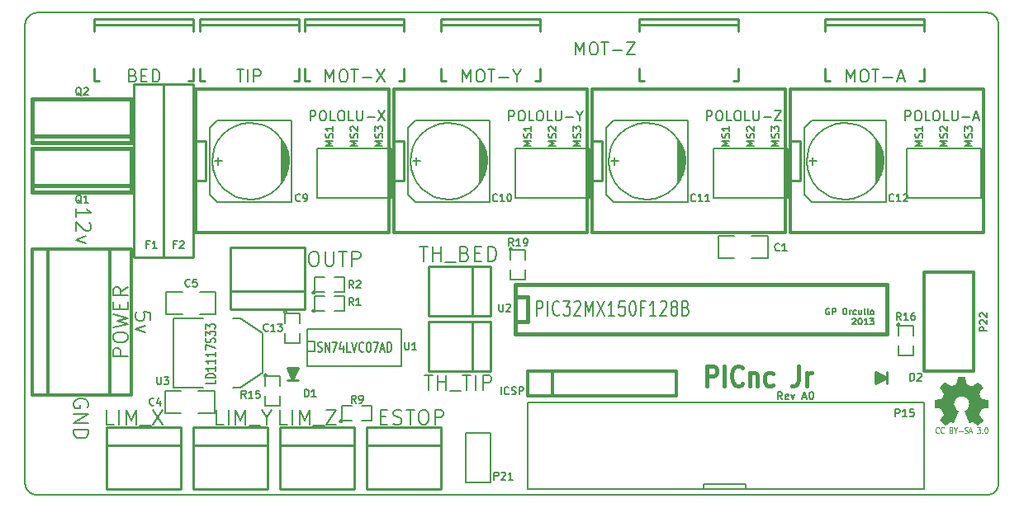
<source format=gto>
G04 (created by PCBNEW-RS274X (2012-apr-16-27)-stable) date Friday 15,March,2013 10:09:25 PM SGT*
G01*
G70*
G90*
%MOIN*%
G04 Gerber Fmt 3.4, Leading zero omitted, Abs format*
%FSLAX34Y34*%
G04 APERTURE LIST*
%ADD10C,0.006000*%
%ADD11C,0.005000*%
%ADD12C,0.017500*%
%ADD13C,0.008000*%
%ADD14C,0.010000*%
%ADD15C,0.015000*%
%ADD16C,0.000100*%
%ADD17C,0.012000*%
%ADD18C,0.004000*%
%ADD19C,0.007500*%
G04 APERTURE END LIST*
G54D10*
X75000Y-32170D02*
X74998Y-32127D01*
X74992Y-32084D01*
X74982Y-32041D01*
X74969Y-31999D01*
X74953Y-31959D01*
X74933Y-31921D01*
X74909Y-31884D01*
X74883Y-31849D01*
X74853Y-31817D01*
X74821Y-31787D01*
X74786Y-31761D01*
X74750Y-31737D01*
X74711Y-31717D01*
X74671Y-31701D01*
X74629Y-31688D01*
X74586Y-31678D01*
X74543Y-31672D01*
X74500Y-31670D01*
X74500Y-51170D02*
X74543Y-51168D01*
X74586Y-51162D01*
X74629Y-51152D01*
X74671Y-51139D01*
X74711Y-51123D01*
X74750Y-51103D01*
X74786Y-51079D01*
X74821Y-51053D01*
X74853Y-51023D01*
X74883Y-50991D01*
X74909Y-50956D01*
X74933Y-50919D01*
X74953Y-50881D01*
X74969Y-50841D01*
X74982Y-50799D01*
X74992Y-50756D01*
X74998Y-50713D01*
X75000Y-50670D01*
X35700Y-50670D02*
X35700Y-32170D01*
X35700Y-50670D02*
X35702Y-50713D01*
X35708Y-50756D01*
X35718Y-50799D01*
X35731Y-50841D01*
X35747Y-50881D01*
X35767Y-50919D01*
X35791Y-50956D01*
X35817Y-50991D01*
X35847Y-51023D01*
X35879Y-51053D01*
X35914Y-51079D01*
X35951Y-51103D01*
X35989Y-51123D01*
X36029Y-51139D01*
X36071Y-51152D01*
X36114Y-51162D01*
X36157Y-51168D01*
X36200Y-51170D01*
X74500Y-51170D02*
X36200Y-51170D01*
X36200Y-31670D02*
X36157Y-31672D01*
X36114Y-31678D01*
X36071Y-31688D01*
X36029Y-31701D01*
X35989Y-31717D01*
X35951Y-31737D01*
X35914Y-31761D01*
X35879Y-31787D01*
X35847Y-31817D01*
X35817Y-31849D01*
X35791Y-31884D01*
X35767Y-31921D01*
X35747Y-31959D01*
X35731Y-31999D01*
X35718Y-32041D01*
X35708Y-32084D01*
X35702Y-32127D01*
X35700Y-32170D01*
G54D11*
X68155Y-43633D02*
X68132Y-43621D01*
X68096Y-43621D01*
X68060Y-43633D01*
X68036Y-43657D01*
X68025Y-43681D01*
X68013Y-43728D01*
X68013Y-43764D01*
X68025Y-43812D01*
X68036Y-43835D01*
X68060Y-43859D01*
X68096Y-43871D01*
X68120Y-43871D01*
X68155Y-43859D01*
X68167Y-43847D01*
X68167Y-43764D01*
X68120Y-43764D01*
X68275Y-43871D02*
X68275Y-43621D01*
X68370Y-43621D01*
X68394Y-43633D01*
X68405Y-43645D01*
X68417Y-43669D01*
X68417Y-43705D01*
X68405Y-43728D01*
X68394Y-43740D01*
X68370Y-43752D01*
X68275Y-43752D01*
X68762Y-43621D02*
X68810Y-43621D01*
X68834Y-43633D01*
X68857Y-43657D01*
X68869Y-43705D01*
X68869Y-43788D01*
X68857Y-43835D01*
X68834Y-43859D01*
X68810Y-43871D01*
X68762Y-43871D01*
X68738Y-43859D01*
X68715Y-43835D01*
X68703Y-43788D01*
X68703Y-43705D01*
X68715Y-43657D01*
X68738Y-43633D01*
X68762Y-43621D01*
X68977Y-43871D02*
X68977Y-43705D01*
X68977Y-43752D02*
X68988Y-43728D01*
X69000Y-43716D01*
X69024Y-43705D01*
X69048Y-43705D01*
X69239Y-43859D02*
X69215Y-43871D01*
X69167Y-43871D01*
X69143Y-43859D01*
X69132Y-43847D01*
X69120Y-43824D01*
X69120Y-43752D01*
X69132Y-43728D01*
X69143Y-43716D01*
X69167Y-43705D01*
X69215Y-43705D01*
X69239Y-43716D01*
X69453Y-43705D02*
X69453Y-43871D01*
X69346Y-43705D02*
X69346Y-43835D01*
X69357Y-43859D01*
X69381Y-43871D01*
X69417Y-43871D01*
X69441Y-43859D01*
X69453Y-43847D01*
X69607Y-43871D02*
X69583Y-43859D01*
X69572Y-43835D01*
X69572Y-43621D01*
X69738Y-43871D02*
X69714Y-43859D01*
X69703Y-43835D01*
X69703Y-43621D01*
X69869Y-43871D02*
X69845Y-43859D01*
X69834Y-43847D01*
X69822Y-43824D01*
X69822Y-43752D01*
X69834Y-43728D01*
X69845Y-43716D01*
X69869Y-43705D01*
X69905Y-43705D01*
X69929Y-43716D01*
X69941Y-43728D01*
X69953Y-43752D01*
X69953Y-43824D01*
X69941Y-43847D01*
X69929Y-43859D01*
X69905Y-43871D01*
X69869Y-43871D01*
X69096Y-44045D02*
X69108Y-44033D01*
X69131Y-44021D01*
X69191Y-44021D01*
X69215Y-44033D01*
X69227Y-44045D01*
X69238Y-44069D01*
X69238Y-44093D01*
X69227Y-44128D01*
X69084Y-44271D01*
X69238Y-44271D01*
X69393Y-44021D02*
X69417Y-44021D01*
X69441Y-44033D01*
X69453Y-44045D01*
X69465Y-44069D01*
X69476Y-44116D01*
X69476Y-44176D01*
X69465Y-44224D01*
X69453Y-44247D01*
X69441Y-44259D01*
X69417Y-44271D01*
X69393Y-44271D01*
X69369Y-44259D01*
X69357Y-44247D01*
X69346Y-44224D01*
X69334Y-44176D01*
X69334Y-44116D01*
X69346Y-44069D01*
X69357Y-44045D01*
X69369Y-44033D01*
X69393Y-44021D01*
X69714Y-44271D02*
X69572Y-44271D01*
X69643Y-44271D02*
X69643Y-44021D01*
X69619Y-44057D01*
X69595Y-44081D01*
X69572Y-44093D01*
X69798Y-44021D02*
X69952Y-44021D01*
X69869Y-44116D01*
X69905Y-44116D01*
X69929Y-44128D01*
X69941Y-44140D01*
X69952Y-44164D01*
X69952Y-44224D01*
X69941Y-44247D01*
X69929Y-44259D01*
X69905Y-44271D01*
X69833Y-44271D01*
X69810Y-44259D01*
X69798Y-44247D01*
X66264Y-47291D02*
X66164Y-47149D01*
X66092Y-47291D02*
X66092Y-46991D01*
X66207Y-46991D01*
X66235Y-47006D01*
X66250Y-47020D01*
X66264Y-47049D01*
X66264Y-47091D01*
X66250Y-47120D01*
X66235Y-47134D01*
X66207Y-47149D01*
X66092Y-47149D01*
X66507Y-47277D02*
X66478Y-47291D01*
X66421Y-47291D01*
X66392Y-47277D01*
X66378Y-47249D01*
X66378Y-47134D01*
X66392Y-47106D01*
X66421Y-47091D01*
X66478Y-47091D01*
X66507Y-47106D01*
X66521Y-47134D01*
X66521Y-47163D01*
X66378Y-47191D01*
X66621Y-47091D02*
X66692Y-47291D01*
X66764Y-47091D01*
X67093Y-47206D02*
X67236Y-47206D01*
X67065Y-47291D02*
X67165Y-46991D01*
X67265Y-47291D01*
X67422Y-46991D02*
X67450Y-46991D01*
X67479Y-47006D01*
X67493Y-47020D01*
X67507Y-47049D01*
X67522Y-47106D01*
X67522Y-47177D01*
X67507Y-47234D01*
X67493Y-47263D01*
X67479Y-47277D01*
X67450Y-47291D01*
X67422Y-47291D01*
X67393Y-47277D01*
X67379Y-47263D01*
X67364Y-47234D01*
X67350Y-47177D01*
X67350Y-47106D01*
X67364Y-47049D01*
X67379Y-47020D01*
X67393Y-47006D01*
X67422Y-46991D01*
G54D12*
X63217Y-46744D02*
X63217Y-45944D01*
X63483Y-45944D01*
X63550Y-45982D01*
X63583Y-46020D01*
X63617Y-46096D01*
X63617Y-46210D01*
X63583Y-46287D01*
X63550Y-46325D01*
X63483Y-46363D01*
X63217Y-46363D01*
X63917Y-46744D02*
X63917Y-45944D01*
X64650Y-46668D02*
X64616Y-46706D01*
X64516Y-46744D01*
X64450Y-46744D01*
X64350Y-46706D01*
X64283Y-46630D01*
X64250Y-46553D01*
X64216Y-46401D01*
X64216Y-46287D01*
X64250Y-46134D01*
X64283Y-46058D01*
X64350Y-45982D01*
X64450Y-45944D01*
X64516Y-45944D01*
X64616Y-45982D01*
X64650Y-46020D01*
X64950Y-46210D02*
X64950Y-46744D01*
X64950Y-46287D02*
X64983Y-46249D01*
X65050Y-46210D01*
X65150Y-46210D01*
X65216Y-46249D01*
X65250Y-46325D01*
X65250Y-46744D01*
X65883Y-46706D02*
X65816Y-46744D01*
X65683Y-46744D01*
X65616Y-46706D01*
X65583Y-46668D01*
X65549Y-46591D01*
X65549Y-46363D01*
X65583Y-46287D01*
X65616Y-46249D01*
X65683Y-46210D01*
X65816Y-46210D01*
X65883Y-46249D01*
X66916Y-45944D02*
X66916Y-46515D01*
X66882Y-46630D01*
X66816Y-46706D01*
X66716Y-46744D01*
X66649Y-46744D01*
X67249Y-46744D02*
X67249Y-46210D01*
X67249Y-46363D02*
X67282Y-46287D01*
X67315Y-46249D01*
X67382Y-46210D01*
X67449Y-46210D01*
G54D13*
X40757Y-44085D02*
X40757Y-43799D01*
X40471Y-43770D01*
X40500Y-43799D01*
X40529Y-43856D01*
X40529Y-43999D01*
X40500Y-44056D01*
X40471Y-44085D01*
X40414Y-44113D01*
X40271Y-44113D01*
X40214Y-44085D01*
X40186Y-44056D01*
X40157Y-43999D01*
X40157Y-43856D01*
X40186Y-43799D01*
X40214Y-43770D01*
X40557Y-44313D02*
X40157Y-44456D01*
X40557Y-44598D01*
X38229Y-47613D02*
X38257Y-47556D01*
X38257Y-47470D01*
X38229Y-47385D01*
X38171Y-47327D01*
X38114Y-47299D01*
X38000Y-47270D01*
X37914Y-47270D01*
X37800Y-47299D01*
X37743Y-47327D01*
X37686Y-47385D01*
X37657Y-47470D01*
X37657Y-47527D01*
X37686Y-47613D01*
X37714Y-47642D01*
X37914Y-47642D01*
X37914Y-47527D01*
X37657Y-47899D02*
X38257Y-47899D01*
X37657Y-48242D01*
X38257Y-48242D01*
X37657Y-48528D02*
X38257Y-48528D01*
X38257Y-48671D01*
X38229Y-48756D01*
X38171Y-48814D01*
X38114Y-48842D01*
X38000Y-48871D01*
X37914Y-48871D01*
X37800Y-48842D01*
X37743Y-48814D01*
X37686Y-48756D01*
X37657Y-48671D01*
X37657Y-48528D01*
X37757Y-39928D02*
X37757Y-39585D01*
X37757Y-39757D02*
X38357Y-39757D01*
X38271Y-39700D01*
X38214Y-39642D01*
X38186Y-39585D01*
X38300Y-40156D02*
X38329Y-40185D01*
X38357Y-40242D01*
X38357Y-40385D01*
X38329Y-40442D01*
X38300Y-40471D01*
X38243Y-40499D01*
X38186Y-40499D01*
X38100Y-40471D01*
X37757Y-40128D01*
X37757Y-40499D01*
X38157Y-40699D02*
X37757Y-40842D01*
X38157Y-40984D01*
G54D10*
X75000Y-32170D02*
X75000Y-50670D01*
X36200Y-31670D02*
X74500Y-31670D01*
G54D14*
X41300Y-34570D02*
X42500Y-34570D01*
X42500Y-34570D02*
X42500Y-41570D01*
X42500Y-41570D02*
X41300Y-41570D01*
X41300Y-41570D02*
X41300Y-34570D01*
X40100Y-34570D02*
X41300Y-34570D01*
X41300Y-34570D02*
X41300Y-41570D01*
X41300Y-41570D02*
X40100Y-41570D01*
X40100Y-41570D02*
X40100Y-34570D01*
G54D13*
X74300Y-39170D02*
X71300Y-39170D01*
X71300Y-37170D02*
X74300Y-37170D01*
X74300Y-37170D02*
X74300Y-39170D01*
X71300Y-39170D02*
X71300Y-37170D01*
X66500Y-39170D02*
X63500Y-39170D01*
X63500Y-37170D02*
X66500Y-37170D01*
X66500Y-37170D02*
X66500Y-39170D01*
X63500Y-39170D02*
X63500Y-37170D01*
X58500Y-39170D02*
X55500Y-39170D01*
X55500Y-37170D02*
X58500Y-37170D01*
X58500Y-37170D02*
X58500Y-39170D01*
X55500Y-39170D02*
X55500Y-37170D01*
X50500Y-39170D02*
X47500Y-39170D01*
X47500Y-37170D02*
X50500Y-37170D01*
X50500Y-37170D02*
X50500Y-39170D01*
X47500Y-39170D02*
X47500Y-37170D01*
G54D15*
X40000Y-38670D02*
X40000Y-38920D01*
X40000Y-38920D02*
X36000Y-38920D01*
X36000Y-38920D02*
X36000Y-38670D01*
X40000Y-37170D02*
X40000Y-38670D01*
X40000Y-38670D02*
X36000Y-38670D01*
X36000Y-38670D02*
X36000Y-37170D01*
X36000Y-37170D02*
X40000Y-37170D01*
X40000Y-36670D02*
X40000Y-36920D01*
X40000Y-36920D02*
X36000Y-36920D01*
X36000Y-36920D02*
X36000Y-36670D01*
X40000Y-35170D02*
X40000Y-36670D01*
X40000Y-36670D02*
X36000Y-36670D01*
X36000Y-36670D02*
X36000Y-35170D01*
X36000Y-35170D02*
X40000Y-35170D01*
G54D16*
G36*
X72836Y-48354D02*
X72848Y-48348D01*
X72873Y-48332D01*
X72910Y-48308D01*
X72953Y-48279D01*
X72997Y-48249D01*
X73032Y-48225D01*
X73057Y-48209D01*
X73068Y-48204D01*
X73073Y-48206D01*
X73094Y-48216D01*
X73124Y-48231D01*
X73141Y-48240D01*
X73169Y-48252D01*
X73182Y-48254D01*
X73185Y-48251D01*
X73195Y-48230D01*
X73210Y-48194D01*
X73231Y-48146D01*
X73255Y-48091D01*
X73280Y-48031D01*
X73306Y-47970D01*
X73330Y-47911D01*
X73351Y-47859D01*
X73368Y-47816D01*
X73380Y-47787D01*
X73384Y-47774D01*
X73383Y-47771D01*
X73369Y-47758D01*
X73345Y-47740D01*
X73293Y-47698D01*
X73242Y-47634D01*
X73211Y-47561D01*
X73200Y-47481D01*
X73209Y-47406D01*
X73239Y-47334D01*
X73289Y-47270D01*
X73349Y-47222D01*
X73420Y-47191D01*
X73500Y-47182D01*
X73576Y-47190D01*
X73649Y-47219D01*
X73714Y-47268D01*
X73741Y-47300D01*
X73779Y-47365D01*
X73800Y-47435D01*
X73803Y-47453D01*
X73799Y-47530D01*
X73777Y-47603D01*
X73736Y-47669D01*
X73680Y-47723D01*
X73673Y-47729D01*
X73646Y-47748D01*
X73629Y-47762D01*
X73615Y-47773D01*
X73713Y-48009D01*
X73729Y-48046D01*
X73756Y-48111D01*
X73779Y-48166D01*
X73798Y-48210D01*
X73811Y-48240D01*
X73817Y-48252D01*
X73818Y-48252D01*
X73826Y-48254D01*
X73844Y-48247D01*
X73877Y-48231D01*
X73899Y-48220D01*
X73924Y-48208D01*
X73935Y-48204D01*
X73945Y-48209D01*
X73969Y-48224D01*
X74004Y-48248D01*
X74046Y-48277D01*
X74086Y-48304D01*
X74123Y-48328D01*
X74150Y-48345D01*
X74163Y-48352D01*
X74165Y-48352D01*
X74177Y-48346D01*
X74198Y-48328D01*
X74230Y-48298D01*
X74276Y-48253D01*
X74283Y-48246D01*
X74320Y-48208D01*
X74350Y-48176D01*
X74371Y-48154D01*
X74378Y-48143D01*
X74378Y-48143D01*
X74371Y-48130D01*
X74354Y-48104D01*
X74330Y-48066D01*
X74300Y-48022D01*
X74222Y-47909D01*
X74265Y-47802D01*
X74278Y-47769D01*
X74295Y-47729D01*
X74307Y-47701D01*
X74313Y-47688D01*
X74325Y-47684D01*
X74354Y-47677D01*
X74397Y-47668D01*
X74448Y-47659D01*
X74496Y-47650D01*
X74539Y-47642D01*
X74571Y-47636D01*
X74585Y-47633D01*
X74589Y-47631D01*
X74591Y-47624D01*
X74593Y-47609D01*
X74594Y-47583D01*
X74595Y-47541D01*
X74595Y-47481D01*
X74595Y-47474D01*
X74594Y-47416D01*
X74593Y-47371D01*
X74592Y-47341D01*
X74590Y-47329D01*
X74590Y-47329D01*
X74576Y-47326D01*
X74545Y-47319D01*
X74502Y-47311D01*
X74450Y-47301D01*
X74446Y-47300D01*
X74395Y-47290D01*
X74351Y-47281D01*
X74321Y-47274D01*
X74308Y-47270D01*
X74305Y-47266D01*
X74295Y-47246D01*
X74280Y-47214D01*
X74263Y-47175D01*
X74246Y-47134D01*
X74231Y-47098D01*
X74221Y-47070D01*
X74218Y-47058D01*
X74219Y-47058D01*
X74226Y-47045D01*
X74244Y-47018D01*
X74269Y-46981D01*
X74300Y-46937D01*
X74302Y-46934D01*
X74332Y-46890D01*
X74356Y-46853D01*
X74372Y-46826D01*
X74378Y-46814D01*
X74378Y-46814D01*
X74368Y-46801D01*
X74346Y-46776D01*
X74314Y-46742D01*
X74275Y-46704D01*
X74263Y-46692D01*
X74221Y-46650D01*
X74191Y-46623D01*
X74173Y-46608D01*
X74164Y-46605D01*
X74163Y-46605D01*
X74150Y-46613D01*
X74123Y-46631D01*
X74085Y-46657D01*
X74041Y-46687D01*
X74038Y-46689D01*
X73994Y-46719D01*
X73957Y-46744D01*
X73931Y-46761D01*
X73920Y-46768D01*
X73918Y-46768D01*
X73900Y-46762D01*
X73869Y-46751D01*
X73831Y-46737D01*
X73790Y-46720D01*
X73754Y-46705D01*
X73726Y-46692D01*
X73713Y-46685D01*
X73713Y-46684D01*
X73708Y-46669D01*
X73700Y-46636D01*
X73691Y-46591D01*
X73681Y-46537D01*
X73679Y-46528D01*
X73669Y-46476D01*
X73661Y-46433D01*
X73655Y-46403D01*
X73652Y-46391D01*
X73644Y-46389D01*
X73619Y-46387D01*
X73580Y-46386D01*
X73533Y-46386D01*
X73484Y-46386D01*
X73435Y-46387D01*
X73394Y-46389D01*
X73364Y-46391D01*
X73352Y-46393D01*
X73352Y-46394D01*
X73347Y-46410D01*
X73340Y-46443D01*
X73331Y-46488D01*
X73320Y-46542D01*
X73318Y-46552D01*
X73309Y-46604D01*
X73300Y-46646D01*
X73294Y-46676D01*
X73290Y-46687D01*
X73286Y-46690D01*
X73264Y-46699D01*
X73229Y-46714D01*
X73186Y-46731D01*
X73086Y-46772D01*
X72963Y-46687D01*
X72951Y-46680D01*
X72907Y-46650D01*
X72871Y-46625D01*
X72846Y-46609D01*
X72835Y-46603D01*
X72834Y-46604D01*
X72822Y-46614D01*
X72798Y-46637D01*
X72764Y-46670D01*
X72726Y-46708D01*
X72697Y-46737D01*
X72663Y-46771D01*
X72642Y-46794D01*
X72630Y-46809D01*
X72626Y-46818D01*
X72627Y-46824D01*
X72635Y-46837D01*
X72653Y-46864D01*
X72678Y-46901D01*
X72708Y-46945D01*
X72733Y-46981D01*
X72759Y-47022D01*
X72777Y-47052D01*
X72783Y-47066D01*
X72781Y-47072D01*
X72773Y-47096D01*
X72758Y-47133D01*
X72740Y-47176D01*
X72697Y-47273D01*
X72633Y-47286D01*
X72594Y-47293D01*
X72540Y-47303D01*
X72489Y-47313D01*
X72408Y-47329D01*
X72405Y-47625D01*
X72417Y-47631D01*
X72429Y-47634D01*
X72459Y-47641D01*
X72502Y-47649D01*
X72552Y-47659D01*
X72595Y-47667D01*
X72639Y-47675D01*
X72670Y-47681D01*
X72684Y-47684D01*
X72687Y-47688D01*
X72698Y-47709D01*
X72713Y-47743D01*
X72730Y-47783D01*
X72748Y-47824D01*
X72763Y-47863D01*
X72774Y-47892D01*
X72778Y-47907D01*
X72772Y-47918D01*
X72755Y-47944D01*
X72731Y-47980D01*
X72702Y-48023D01*
X72673Y-48066D01*
X72648Y-48103D01*
X72631Y-48129D01*
X72623Y-48141D01*
X72627Y-48150D01*
X72644Y-48170D01*
X72677Y-48204D01*
X72725Y-48252D01*
X72733Y-48259D01*
X72771Y-48296D01*
X72804Y-48326D01*
X72826Y-48346D01*
X72836Y-48354D01*
X72836Y-48354D01*
G37*
G54D14*
X52500Y-34420D02*
X52700Y-34420D01*
X56500Y-34420D02*
X56300Y-34420D01*
X56500Y-32170D02*
X52500Y-32170D01*
X56500Y-33920D02*
X56500Y-34420D01*
X52500Y-32420D02*
X52500Y-31920D01*
X52500Y-31920D02*
X56500Y-31920D01*
X56500Y-31920D02*
X56500Y-32420D01*
X52500Y-34420D02*
X52500Y-33920D01*
X38500Y-34420D02*
X38700Y-34420D01*
X42500Y-34420D02*
X42350Y-34420D01*
X42350Y-34420D02*
X42300Y-34420D01*
X42500Y-32170D02*
X38500Y-32170D01*
X42500Y-33920D02*
X42500Y-34420D01*
X38500Y-32420D02*
X38500Y-31920D01*
X38500Y-31920D02*
X42500Y-31920D01*
X42500Y-31920D02*
X42500Y-32420D01*
X38500Y-34420D02*
X38500Y-33920D01*
X42750Y-34420D02*
X42950Y-34420D01*
X46750Y-34420D02*
X46550Y-34420D01*
X46750Y-32170D02*
X42750Y-32170D01*
X46750Y-33920D02*
X46750Y-34420D01*
X42750Y-32420D02*
X42750Y-31920D01*
X42750Y-31920D02*
X46750Y-31920D01*
X46750Y-31920D02*
X46750Y-32420D01*
X42750Y-34420D02*
X42750Y-33920D01*
X47000Y-34420D02*
X47200Y-34420D01*
X51000Y-34420D02*
X50800Y-34420D01*
X51000Y-32170D02*
X47000Y-32170D01*
X51000Y-33920D02*
X51000Y-34420D01*
X47000Y-32420D02*
X47000Y-31920D01*
X47000Y-31920D02*
X51000Y-31920D01*
X51000Y-31920D02*
X51000Y-32420D01*
X47000Y-34420D02*
X47000Y-33920D01*
X68000Y-34420D02*
X68200Y-34420D01*
X72000Y-34420D02*
X71800Y-34420D01*
X72000Y-32170D02*
X68000Y-32170D01*
X72000Y-33920D02*
X72000Y-34420D01*
X68000Y-32420D02*
X68000Y-31920D01*
X68000Y-31920D02*
X72000Y-31920D01*
X72000Y-31920D02*
X72000Y-32420D01*
X68000Y-34420D02*
X68000Y-33920D01*
X64500Y-34420D02*
X64300Y-34420D01*
X60500Y-34420D02*
X60700Y-34420D01*
X64500Y-32170D02*
X60500Y-32170D01*
X64500Y-33920D02*
X64500Y-34420D01*
X60500Y-32420D02*
X60500Y-31920D01*
X60500Y-31920D02*
X64500Y-31920D01*
X64500Y-31920D02*
X64500Y-32420D01*
X60500Y-34420D02*
X60500Y-33920D01*
X66600Y-36870D02*
X67000Y-36870D01*
X67000Y-36870D02*
X67000Y-38470D01*
X67000Y-38470D02*
X66600Y-38470D01*
G54D17*
X66600Y-40570D02*
X66600Y-34770D01*
X66600Y-34770D02*
X74400Y-34770D01*
X74400Y-34770D02*
X74400Y-40570D01*
X74400Y-40570D02*
X66600Y-40570D01*
G54D14*
X58600Y-36870D02*
X59000Y-36870D01*
X59000Y-36870D02*
X59000Y-38470D01*
X59000Y-38470D02*
X58600Y-38470D01*
G54D17*
X58600Y-40570D02*
X58600Y-34770D01*
X58600Y-34770D02*
X66400Y-34770D01*
X66400Y-34770D02*
X66400Y-40570D01*
X66400Y-40570D02*
X58600Y-40570D01*
G54D14*
X50600Y-36870D02*
X51000Y-36870D01*
X51000Y-36870D02*
X51000Y-38470D01*
X51000Y-38470D02*
X50600Y-38470D01*
G54D17*
X50600Y-40570D02*
X50600Y-34770D01*
X50600Y-34770D02*
X58400Y-34770D01*
X58400Y-34770D02*
X58400Y-40570D01*
X58400Y-40570D02*
X50600Y-40570D01*
G54D14*
X42600Y-36870D02*
X43000Y-36870D01*
X43000Y-36870D02*
X43000Y-38470D01*
X43000Y-38470D02*
X42600Y-38470D01*
G54D17*
X42600Y-40570D02*
X42600Y-34770D01*
X42600Y-34770D02*
X50400Y-34770D01*
X50400Y-34770D02*
X50400Y-40570D01*
X50400Y-40570D02*
X42600Y-40570D01*
G54D14*
X46500Y-46050D02*
X46500Y-46190D01*
X46380Y-46050D02*
X46500Y-46290D01*
X46460Y-46390D02*
X46600Y-46070D01*
X46720Y-46510D02*
X46280Y-46510D01*
X46720Y-46030D02*
X46280Y-46030D01*
X46280Y-46030D02*
X46500Y-46510D01*
X46500Y-46510D02*
X46720Y-46030D01*
X70030Y-46420D02*
X70170Y-46420D01*
X70030Y-46540D02*
X70270Y-46420D01*
X70370Y-46460D02*
X70050Y-46320D01*
X70490Y-46200D02*
X70490Y-46640D01*
X70010Y-46200D02*
X70010Y-46640D01*
X70010Y-46640D02*
X70490Y-46420D01*
X70490Y-46420D02*
X70010Y-46200D01*
G54D13*
X63100Y-50720D02*
X63100Y-50920D01*
X64800Y-50720D02*
X64800Y-50920D01*
X64800Y-50720D02*
X63100Y-50720D01*
X56000Y-47420D02*
X56000Y-50920D01*
X72000Y-47420D02*
X72000Y-50920D01*
X56000Y-50920D02*
X72000Y-50920D01*
X72000Y-47420D02*
X56000Y-47420D01*
G54D17*
X39124Y-43186D02*
X39124Y-41217D01*
X36604Y-43264D02*
X36604Y-41217D01*
X35974Y-43186D02*
X35974Y-41217D01*
X35974Y-41217D02*
X39990Y-41217D01*
X39990Y-41217D02*
X39990Y-43186D01*
X39124Y-43185D02*
X39124Y-47123D01*
X36604Y-47123D02*
X36604Y-43185D01*
X35974Y-47123D02*
X35974Y-43185D01*
X39990Y-43185D02*
X39990Y-47123D01*
X39990Y-47123D02*
X35974Y-47123D01*
X56000Y-47170D02*
X56000Y-46170D01*
X56000Y-46170D02*
X62000Y-46170D01*
X62000Y-46170D02*
X62000Y-47170D01*
X62000Y-47170D02*
X56000Y-47170D01*
X57000Y-47170D02*
X57000Y-46170D01*
G54D13*
X42900Y-44020D02*
X41700Y-44020D01*
X41700Y-44020D02*
X41700Y-46820D01*
X41700Y-46820D02*
X42900Y-46820D01*
X44100Y-44020D02*
X44400Y-44020D01*
X44400Y-44020D02*
X45300Y-44620D01*
X45300Y-44620D02*
X45300Y-46220D01*
X45300Y-46220D02*
X44400Y-46820D01*
X44400Y-46820D02*
X44100Y-46820D01*
X47100Y-44470D02*
X50900Y-44470D01*
X50900Y-44470D02*
X50900Y-45970D01*
X50900Y-45970D02*
X47100Y-45970D01*
X47100Y-45970D02*
X47100Y-44470D01*
X47100Y-44970D02*
X47400Y-44970D01*
X47400Y-44970D02*
X47400Y-45370D01*
X47400Y-45370D02*
X47100Y-45370D01*
G54D11*
X41350Y-46970D02*
X41350Y-47870D01*
X41350Y-47870D02*
X42000Y-47870D01*
X42700Y-46970D02*
X43350Y-46970D01*
X43350Y-46970D02*
X43350Y-47870D01*
X43350Y-47870D02*
X42700Y-47870D01*
X42000Y-46970D02*
X41350Y-46970D01*
X41400Y-42970D02*
X41400Y-43870D01*
X41400Y-43870D02*
X42050Y-43870D01*
X42750Y-42970D02*
X43400Y-42970D01*
X43400Y-42970D02*
X43400Y-43870D01*
X43400Y-43870D02*
X42750Y-43870D01*
X42050Y-42970D02*
X41400Y-42970D01*
X63680Y-40680D02*
X63680Y-41580D01*
X63680Y-41580D02*
X64330Y-41580D01*
X65030Y-40680D02*
X65680Y-40680D01*
X65680Y-40680D02*
X65680Y-41580D01*
X65680Y-41580D02*
X65030Y-41580D01*
X64330Y-40680D02*
X63680Y-40680D01*
X48500Y-48170D02*
X48499Y-48179D01*
X48496Y-48189D01*
X48491Y-48197D01*
X48485Y-48205D01*
X48477Y-48211D01*
X48469Y-48216D01*
X48460Y-48218D01*
X48450Y-48219D01*
X48441Y-48219D01*
X48432Y-48216D01*
X48423Y-48211D01*
X48416Y-48205D01*
X48409Y-48198D01*
X48405Y-48189D01*
X48402Y-48180D01*
X48401Y-48170D01*
X48401Y-48161D01*
X48404Y-48152D01*
X48408Y-48143D01*
X48415Y-48136D01*
X48422Y-48129D01*
X48430Y-48125D01*
X48440Y-48122D01*
X48449Y-48121D01*
X48458Y-48121D01*
X48468Y-48124D01*
X48476Y-48128D01*
X48484Y-48134D01*
X48490Y-48142D01*
X48495Y-48150D01*
X48498Y-48159D01*
X48499Y-48169D01*
X48500Y-48170D01*
X48900Y-48170D02*
X48500Y-48170D01*
X48500Y-48170D02*
X48500Y-47570D01*
X48500Y-47570D02*
X48900Y-47570D01*
X49300Y-47570D02*
X49700Y-47570D01*
X49700Y-47570D02*
X49700Y-48170D01*
X49700Y-48170D02*
X49300Y-48170D01*
X47400Y-42970D02*
X47399Y-42979D01*
X47396Y-42989D01*
X47391Y-42997D01*
X47385Y-43005D01*
X47377Y-43011D01*
X47369Y-43016D01*
X47360Y-43018D01*
X47350Y-43019D01*
X47341Y-43019D01*
X47332Y-43016D01*
X47323Y-43011D01*
X47316Y-43005D01*
X47309Y-42998D01*
X47305Y-42989D01*
X47302Y-42980D01*
X47301Y-42970D01*
X47301Y-42961D01*
X47304Y-42952D01*
X47308Y-42943D01*
X47315Y-42936D01*
X47322Y-42929D01*
X47330Y-42925D01*
X47340Y-42922D01*
X47349Y-42921D01*
X47358Y-42921D01*
X47368Y-42924D01*
X47376Y-42928D01*
X47384Y-42934D01*
X47390Y-42942D01*
X47395Y-42950D01*
X47398Y-42959D01*
X47399Y-42969D01*
X47400Y-42970D01*
X47800Y-42970D02*
X47400Y-42970D01*
X47400Y-42970D02*
X47400Y-42370D01*
X47400Y-42370D02*
X47800Y-42370D01*
X48200Y-42370D02*
X48600Y-42370D01*
X48600Y-42370D02*
X48600Y-42970D01*
X48600Y-42970D02*
X48200Y-42970D01*
X47400Y-43720D02*
X47399Y-43729D01*
X47396Y-43739D01*
X47391Y-43747D01*
X47385Y-43755D01*
X47377Y-43761D01*
X47369Y-43766D01*
X47360Y-43768D01*
X47350Y-43769D01*
X47341Y-43769D01*
X47332Y-43766D01*
X47323Y-43761D01*
X47316Y-43755D01*
X47309Y-43748D01*
X47305Y-43739D01*
X47302Y-43730D01*
X47301Y-43720D01*
X47301Y-43711D01*
X47304Y-43702D01*
X47308Y-43693D01*
X47315Y-43686D01*
X47322Y-43679D01*
X47330Y-43675D01*
X47340Y-43672D01*
X47349Y-43671D01*
X47358Y-43671D01*
X47368Y-43674D01*
X47376Y-43678D01*
X47384Y-43684D01*
X47390Y-43692D01*
X47395Y-43700D01*
X47398Y-43709D01*
X47399Y-43719D01*
X47400Y-43720D01*
X47800Y-43720D02*
X47400Y-43720D01*
X47400Y-43720D02*
X47400Y-43120D01*
X47400Y-43120D02*
X47800Y-43120D01*
X48200Y-43120D02*
X48600Y-43120D01*
X48600Y-43120D02*
X48600Y-43720D01*
X48600Y-43720D02*
X48200Y-43720D01*
X45450Y-46320D02*
X45449Y-46329D01*
X45446Y-46339D01*
X45441Y-46347D01*
X45435Y-46355D01*
X45427Y-46361D01*
X45419Y-46366D01*
X45410Y-46368D01*
X45400Y-46369D01*
X45391Y-46369D01*
X45382Y-46366D01*
X45373Y-46361D01*
X45366Y-46355D01*
X45359Y-46348D01*
X45355Y-46339D01*
X45352Y-46330D01*
X45351Y-46320D01*
X45351Y-46311D01*
X45354Y-46302D01*
X45358Y-46293D01*
X45365Y-46286D01*
X45372Y-46279D01*
X45380Y-46275D01*
X45390Y-46272D01*
X45399Y-46271D01*
X45408Y-46271D01*
X45418Y-46274D01*
X45426Y-46278D01*
X45434Y-46284D01*
X45440Y-46292D01*
X45445Y-46300D01*
X45448Y-46309D01*
X45449Y-46319D01*
X45450Y-46320D01*
X45400Y-46770D02*
X45400Y-46370D01*
X45400Y-46370D02*
X46000Y-46370D01*
X46000Y-46370D02*
X46000Y-46770D01*
X46000Y-47170D02*
X46000Y-47570D01*
X46000Y-47570D02*
X45400Y-47570D01*
X45400Y-47570D02*
X45400Y-47170D01*
X71000Y-44270D02*
X70999Y-44279D01*
X70996Y-44289D01*
X70991Y-44297D01*
X70985Y-44305D01*
X70977Y-44311D01*
X70969Y-44316D01*
X70960Y-44318D01*
X70950Y-44319D01*
X70941Y-44319D01*
X70932Y-44316D01*
X70923Y-44311D01*
X70916Y-44305D01*
X70909Y-44298D01*
X70905Y-44289D01*
X70902Y-44280D01*
X70901Y-44270D01*
X70901Y-44261D01*
X70904Y-44252D01*
X70908Y-44243D01*
X70915Y-44236D01*
X70922Y-44229D01*
X70930Y-44225D01*
X70940Y-44222D01*
X70949Y-44221D01*
X70958Y-44221D01*
X70968Y-44224D01*
X70976Y-44228D01*
X70984Y-44234D01*
X70990Y-44242D01*
X70995Y-44250D01*
X70998Y-44259D01*
X70999Y-44269D01*
X71000Y-44270D01*
X70950Y-44720D02*
X70950Y-44320D01*
X70950Y-44320D02*
X71550Y-44320D01*
X71550Y-44320D02*
X71550Y-44720D01*
X71550Y-45120D02*
X71550Y-45520D01*
X71550Y-45520D02*
X70950Y-45520D01*
X70950Y-45520D02*
X70950Y-45120D01*
G54D15*
X55500Y-42670D02*
X70500Y-42670D01*
X70500Y-42670D02*
X70500Y-44670D01*
X70500Y-44670D02*
X55500Y-44670D01*
X55500Y-44670D02*
X55500Y-42670D01*
X55500Y-43170D02*
X56000Y-43170D01*
X56000Y-43170D02*
X56000Y-44170D01*
X56000Y-44170D02*
X55500Y-44170D01*
G54D14*
X47000Y-43670D02*
X47000Y-41170D01*
X44000Y-43670D02*
X44000Y-41170D01*
X44000Y-42920D02*
X47000Y-42920D01*
X47000Y-43670D02*
X44000Y-43670D01*
X44000Y-41170D02*
X47000Y-41170D01*
X49500Y-48420D02*
X49500Y-50920D01*
X52500Y-48420D02*
X52500Y-50920D01*
X52500Y-49170D02*
X49500Y-49170D01*
X49500Y-48420D02*
X52500Y-48420D01*
X52500Y-50920D02*
X49500Y-50920D01*
X39000Y-48420D02*
X39000Y-50920D01*
X42000Y-48420D02*
X42000Y-50920D01*
X42000Y-49170D02*
X39000Y-49170D01*
X39000Y-48420D02*
X42000Y-48420D01*
X42000Y-50920D02*
X39000Y-50920D01*
X42500Y-48420D02*
X42500Y-50920D01*
X45500Y-48420D02*
X45500Y-50920D01*
X45500Y-49170D02*
X42500Y-49170D01*
X42500Y-48420D02*
X45500Y-48420D01*
X45500Y-50920D02*
X42500Y-50920D01*
X46000Y-48420D02*
X46000Y-50920D01*
X49000Y-48420D02*
X49000Y-50920D01*
X49000Y-49170D02*
X46000Y-49170D01*
X46000Y-48420D02*
X49000Y-48420D01*
X49000Y-50920D02*
X46000Y-50920D01*
X53750Y-43920D02*
X53750Y-41920D01*
X52000Y-43920D02*
X52000Y-41920D01*
X54500Y-41920D02*
X54500Y-43920D01*
X54500Y-41920D02*
X52000Y-41920D01*
X54500Y-43920D02*
X52000Y-43920D01*
X53750Y-46170D02*
X53750Y-44170D01*
X52000Y-46170D02*
X52000Y-44170D01*
X54500Y-44170D02*
X54500Y-46170D01*
X54500Y-44170D02*
X52000Y-44170D01*
X54500Y-46170D02*
X52000Y-46170D01*
G54D10*
X54500Y-50670D02*
X53500Y-50670D01*
X53500Y-50670D02*
X53500Y-48670D01*
X53500Y-48670D02*
X54500Y-48670D01*
X54500Y-48670D02*
X54500Y-50670D01*
G54D11*
X46300Y-38070D02*
X46300Y-37270D01*
X46250Y-37120D02*
X46250Y-38220D01*
X46200Y-38320D02*
X46200Y-37020D01*
X46150Y-36920D02*
X46150Y-38420D01*
X46100Y-36870D02*
X46100Y-38470D01*
X46050Y-38570D02*
X46050Y-36770D01*
X46350Y-37670D02*
X46320Y-37971D01*
X46233Y-38260D01*
X46091Y-38527D01*
X45899Y-38762D01*
X45666Y-38955D01*
X45400Y-39098D01*
X45111Y-39188D01*
X44810Y-39219D01*
X44510Y-39192D01*
X44220Y-39107D01*
X43952Y-38966D01*
X43716Y-38777D01*
X43522Y-38545D01*
X43376Y-38280D01*
X43284Y-37992D01*
X43251Y-37691D01*
X43276Y-37391D01*
X43359Y-37100D01*
X43498Y-36831D01*
X43686Y-36594D01*
X43916Y-36398D01*
X44180Y-36250D01*
X44468Y-36157D01*
X44768Y-36121D01*
X45069Y-36144D01*
X45360Y-36225D01*
X45630Y-36362D01*
X45868Y-36548D01*
X46066Y-36777D01*
X46215Y-37040D01*
X46311Y-37327D01*
X46349Y-37627D01*
X46350Y-37670D01*
X46450Y-39320D02*
X46450Y-36020D01*
X46450Y-36020D02*
X43450Y-36020D01*
X43450Y-36020D02*
X43150Y-36320D01*
X43150Y-36320D02*
X43150Y-39020D01*
X43150Y-39020D02*
X43450Y-39320D01*
X43450Y-39320D02*
X46450Y-39320D01*
X43350Y-37670D02*
X43650Y-37670D01*
X43500Y-37820D02*
X43500Y-37520D01*
X54300Y-38070D02*
X54300Y-37270D01*
X54250Y-37120D02*
X54250Y-38220D01*
X54200Y-38320D02*
X54200Y-37020D01*
X54150Y-36920D02*
X54150Y-38420D01*
X54100Y-36870D02*
X54100Y-38470D01*
X54050Y-38570D02*
X54050Y-36770D01*
X54350Y-37670D02*
X54320Y-37971D01*
X54233Y-38260D01*
X54091Y-38527D01*
X53899Y-38762D01*
X53666Y-38955D01*
X53400Y-39098D01*
X53111Y-39188D01*
X52810Y-39219D01*
X52510Y-39192D01*
X52220Y-39107D01*
X51952Y-38966D01*
X51716Y-38777D01*
X51522Y-38545D01*
X51376Y-38280D01*
X51284Y-37992D01*
X51251Y-37691D01*
X51276Y-37391D01*
X51359Y-37100D01*
X51498Y-36831D01*
X51686Y-36594D01*
X51916Y-36398D01*
X52180Y-36250D01*
X52468Y-36157D01*
X52768Y-36121D01*
X53069Y-36144D01*
X53360Y-36225D01*
X53630Y-36362D01*
X53868Y-36548D01*
X54066Y-36777D01*
X54215Y-37040D01*
X54311Y-37327D01*
X54349Y-37627D01*
X54350Y-37670D01*
X54450Y-39320D02*
X54450Y-36020D01*
X54450Y-36020D02*
X51450Y-36020D01*
X51450Y-36020D02*
X51150Y-36320D01*
X51150Y-36320D02*
X51150Y-39020D01*
X51150Y-39020D02*
X51450Y-39320D01*
X51450Y-39320D02*
X54450Y-39320D01*
X51350Y-37670D02*
X51650Y-37670D01*
X51500Y-37820D02*
X51500Y-37520D01*
X62300Y-38070D02*
X62300Y-37270D01*
X62250Y-37120D02*
X62250Y-38220D01*
X62200Y-38320D02*
X62200Y-37020D01*
X62150Y-36920D02*
X62150Y-38420D01*
X62100Y-36870D02*
X62100Y-38470D01*
X62050Y-38570D02*
X62050Y-36770D01*
X62350Y-37670D02*
X62320Y-37971D01*
X62233Y-38260D01*
X62091Y-38527D01*
X61899Y-38762D01*
X61666Y-38955D01*
X61400Y-39098D01*
X61111Y-39188D01*
X60810Y-39219D01*
X60510Y-39192D01*
X60220Y-39107D01*
X59952Y-38966D01*
X59716Y-38777D01*
X59522Y-38545D01*
X59376Y-38280D01*
X59284Y-37992D01*
X59251Y-37691D01*
X59276Y-37391D01*
X59359Y-37100D01*
X59498Y-36831D01*
X59686Y-36594D01*
X59916Y-36398D01*
X60180Y-36250D01*
X60468Y-36157D01*
X60768Y-36121D01*
X61069Y-36144D01*
X61360Y-36225D01*
X61630Y-36362D01*
X61868Y-36548D01*
X62066Y-36777D01*
X62215Y-37040D01*
X62311Y-37327D01*
X62349Y-37627D01*
X62350Y-37670D01*
X62450Y-39320D02*
X62450Y-36020D01*
X62450Y-36020D02*
X59450Y-36020D01*
X59450Y-36020D02*
X59150Y-36320D01*
X59150Y-36320D02*
X59150Y-39020D01*
X59150Y-39020D02*
X59450Y-39320D01*
X59450Y-39320D02*
X62450Y-39320D01*
X59350Y-37670D02*
X59650Y-37670D01*
X59500Y-37820D02*
X59500Y-37520D01*
X70300Y-38070D02*
X70300Y-37270D01*
X70250Y-37120D02*
X70250Y-38220D01*
X70200Y-38320D02*
X70200Y-37020D01*
X70150Y-36920D02*
X70150Y-38420D01*
X70100Y-36870D02*
X70100Y-38470D01*
X70050Y-38570D02*
X70050Y-36770D01*
X70350Y-37670D02*
X70320Y-37971D01*
X70233Y-38260D01*
X70091Y-38527D01*
X69899Y-38762D01*
X69666Y-38955D01*
X69400Y-39098D01*
X69111Y-39188D01*
X68810Y-39219D01*
X68510Y-39192D01*
X68220Y-39107D01*
X67952Y-38966D01*
X67716Y-38777D01*
X67522Y-38545D01*
X67376Y-38280D01*
X67284Y-37992D01*
X67251Y-37691D01*
X67276Y-37391D01*
X67359Y-37100D01*
X67498Y-36831D01*
X67686Y-36594D01*
X67916Y-36398D01*
X68180Y-36250D01*
X68468Y-36157D01*
X68768Y-36121D01*
X69069Y-36144D01*
X69360Y-36225D01*
X69630Y-36362D01*
X69868Y-36548D01*
X70066Y-36777D01*
X70215Y-37040D01*
X70311Y-37327D01*
X70349Y-37627D01*
X70350Y-37670D01*
X70450Y-39320D02*
X70450Y-36020D01*
X70450Y-36020D02*
X67450Y-36020D01*
X67450Y-36020D02*
X67150Y-36320D01*
X67150Y-36320D02*
X67150Y-39020D01*
X67150Y-39020D02*
X67450Y-39320D01*
X67450Y-39320D02*
X70450Y-39320D01*
X67350Y-37670D02*
X67650Y-37670D01*
X67500Y-37820D02*
X67500Y-37520D01*
G54D17*
X72000Y-46170D02*
X72000Y-42170D01*
X72000Y-42170D02*
X74000Y-42170D01*
X74000Y-42170D02*
X74000Y-46170D01*
X74000Y-46170D02*
X72000Y-46170D01*
G54D11*
X55350Y-41220D02*
X55349Y-41229D01*
X55346Y-41239D01*
X55341Y-41247D01*
X55335Y-41255D01*
X55327Y-41261D01*
X55319Y-41266D01*
X55310Y-41268D01*
X55300Y-41269D01*
X55291Y-41269D01*
X55282Y-41266D01*
X55273Y-41261D01*
X55266Y-41255D01*
X55259Y-41248D01*
X55255Y-41239D01*
X55252Y-41230D01*
X55251Y-41220D01*
X55251Y-41211D01*
X55254Y-41202D01*
X55258Y-41193D01*
X55265Y-41186D01*
X55272Y-41179D01*
X55280Y-41175D01*
X55290Y-41172D01*
X55299Y-41171D01*
X55308Y-41171D01*
X55318Y-41174D01*
X55326Y-41178D01*
X55334Y-41184D01*
X55340Y-41192D01*
X55345Y-41200D01*
X55348Y-41209D01*
X55349Y-41219D01*
X55350Y-41220D01*
X55300Y-41670D02*
X55300Y-41270D01*
X55300Y-41270D02*
X55900Y-41270D01*
X55900Y-41270D02*
X55900Y-41670D01*
X55900Y-42070D02*
X55900Y-42470D01*
X55900Y-42470D02*
X55300Y-42470D01*
X55300Y-42470D02*
X55300Y-42070D01*
X46250Y-43770D02*
X46249Y-43779D01*
X46246Y-43789D01*
X46241Y-43797D01*
X46235Y-43805D01*
X46227Y-43811D01*
X46219Y-43816D01*
X46210Y-43818D01*
X46200Y-43819D01*
X46191Y-43819D01*
X46182Y-43816D01*
X46173Y-43811D01*
X46166Y-43805D01*
X46159Y-43798D01*
X46155Y-43789D01*
X46152Y-43780D01*
X46151Y-43770D01*
X46151Y-43761D01*
X46154Y-43752D01*
X46158Y-43743D01*
X46165Y-43736D01*
X46172Y-43729D01*
X46180Y-43725D01*
X46190Y-43722D01*
X46199Y-43721D01*
X46208Y-43721D01*
X46218Y-43724D01*
X46226Y-43728D01*
X46234Y-43734D01*
X46240Y-43742D01*
X46245Y-43750D01*
X46248Y-43759D01*
X46249Y-43769D01*
X46250Y-43770D01*
X46200Y-44220D02*
X46200Y-43820D01*
X46200Y-43820D02*
X46800Y-43820D01*
X46800Y-43820D02*
X46800Y-44220D01*
X46800Y-44620D02*
X46800Y-45020D01*
X46800Y-45020D02*
X46200Y-45020D01*
X46200Y-45020D02*
X46200Y-44620D01*
X41800Y-41034D02*
X41700Y-41034D01*
X41700Y-41191D02*
X41700Y-40891D01*
X41843Y-40891D01*
X41943Y-40920D02*
X41957Y-40906D01*
X41986Y-40891D01*
X42057Y-40891D01*
X42086Y-40906D01*
X42100Y-40920D01*
X42115Y-40949D01*
X42115Y-40977D01*
X42100Y-41020D01*
X41929Y-41191D01*
X42115Y-41191D01*
X40700Y-41034D02*
X40600Y-41034D01*
X40600Y-41191D02*
X40600Y-40891D01*
X40743Y-40891D01*
X41015Y-41191D02*
X40843Y-41191D01*
X40929Y-41191D02*
X40929Y-40891D01*
X40900Y-40934D01*
X40872Y-40963D01*
X40843Y-40977D01*
X73921Y-37056D02*
X73621Y-37056D01*
X73836Y-36956D01*
X73621Y-36856D01*
X73921Y-36856D01*
X73907Y-36727D02*
X73921Y-36684D01*
X73921Y-36613D01*
X73907Y-36584D01*
X73893Y-36570D01*
X73864Y-36555D01*
X73836Y-36555D01*
X73807Y-36570D01*
X73793Y-36584D01*
X73779Y-36613D01*
X73764Y-36670D01*
X73750Y-36698D01*
X73736Y-36713D01*
X73707Y-36727D01*
X73679Y-36727D01*
X73650Y-36713D01*
X73636Y-36698D01*
X73621Y-36670D01*
X73621Y-36598D01*
X73636Y-36555D01*
X73621Y-36455D02*
X73621Y-36269D01*
X73736Y-36369D01*
X73736Y-36327D01*
X73750Y-36298D01*
X73764Y-36284D01*
X73793Y-36269D01*
X73864Y-36269D01*
X73893Y-36284D01*
X73907Y-36298D01*
X73921Y-36327D01*
X73921Y-36412D01*
X73907Y-36441D01*
X73893Y-36455D01*
X72921Y-37056D02*
X72621Y-37056D01*
X72836Y-36956D01*
X72621Y-36856D01*
X72921Y-36856D01*
X72907Y-36727D02*
X72921Y-36684D01*
X72921Y-36613D01*
X72907Y-36584D01*
X72893Y-36570D01*
X72864Y-36555D01*
X72836Y-36555D01*
X72807Y-36570D01*
X72793Y-36584D01*
X72779Y-36613D01*
X72764Y-36670D01*
X72750Y-36698D01*
X72736Y-36713D01*
X72707Y-36727D01*
X72679Y-36727D01*
X72650Y-36713D01*
X72636Y-36698D01*
X72621Y-36670D01*
X72621Y-36598D01*
X72636Y-36555D01*
X72650Y-36441D02*
X72636Y-36427D01*
X72621Y-36398D01*
X72621Y-36327D01*
X72636Y-36298D01*
X72650Y-36284D01*
X72679Y-36269D01*
X72707Y-36269D01*
X72750Y-36284D01*
X72921Y-36455D01*
X72921Y-36269D01*
X71921Y-37056D02*
X71621Y-37056D01*
X71836Y-36956D01*
X71621Y-36856D01*
X71921Y-36856D01*
X71907Y-36727D02*
X71921Y-36684D01*
X71921Y-36613D01*
X71907Y-36584D01*
X71893Y-36570D01*
X71864Y-36555D01*
X71836Y-36555D01*
X71807Y-36570D01*
X71793Y-36584D01*
X71779Y-36613D01*
X71764Y-36670D01*
X71750Y-36698D01*
X71736Y-36713D01*
X71707Y-36727D01*
X71679Y-36727D01*
X71650Y-36713D01*
X71636Y-36698D01*
X71621Y-36670D01*
X71621Y-36598D01*
X71636Y-36555D01*
X71921Y-36269D02*
X71921Y-36441D01*
X71921Y-36355D02*
X71621Y-36355D01*
X71664Y-36384D01*
X71693Y-36412D01*
X71707Y-36441D01*
X66121Y-37056D02*
X65821Y-37056D01*
X66036Y-36956D01*
X65821Y-36856D01*
X66121Y-36856D01*
X66107Y-36727D02*
X66121Y-36684D01*
X66121Y-36613D01*
X66107Y-36584D01*
X66093Y-36570D01*
X66064Y-36555D01*
X66036Y-36555D01*
X66007Y-36570D01*
X65993Y-36584D01*
X65979Y-36613D01*
X65964Y-36670D01*
X65950Y-36698D01*
X65936Y-36713D01*
X65907Y-36727D01*
X65879Y-36727D01*
X65850Y-36713D01*
X65836Y-36698D01*
X65821Y-36670D01*
X65821Y-36598D01*
X65836Y-36555D01*
X65821Y-36455D02*
X65821Y-36269D01*
X65936Y-36369D01*
X65936Y-36327D01*
X65950Y-36298D01*
X65964Y-36284D01*
X65993Y-36269D01*
X66064Y-36269D01*
X66093Y-36284D01*
X66107Y-36298D01*
X66121Y-36327D01*
X66121Y-36412D01*
X66107Y-36441D01*
X66093Y-36455D01*
X65121Y-37056D02*
X64821Y-37056D01*
X65036Y-36956D01*
X64821Y-36856D01*
X65121Y-36856D01*
X65107Y-36727D02*
X65121Y-36684D01*
X65121Y-36613D01*
X65107Y-36584D01*
X65093Y-36570D01*
X65064Y-36555D01*
X65036Y-36555D01*
X65007Y-36570D01*
X64993Y-36584D01*
X64979Y-36613D01*
X64964Y-36670D01*
X64950Y-36698D01*
X64936Y-36713D01*
X64907Y-36727D01*
X64879Y-36727D01*
X64850Y-36713D01*
X64836Y-36698D01*
X64821Y-36670D01*
X64821Y-36598D01*
X64836Y-36555D01*
X64850Y-36441D02*
X64836Y-36427D01*
X64821Y-36398D01*
X64821Y-36327D01*
X64836Y-36298D01*
X64850Y-36284D01*
X64879Y-36269D01*
X64907Y-36269D01*
X64950Y-36284D01*
X65121Y-36455D01*
X65121Y-36269D01*
X64121Y-37056D02*
X63821Y-37056D01*
X64036Y-36956D01*
X63821Y-36856D01*
X64121Y-36856D01*
X64107Y-36727D02*
X64121Y-36684D01*
X64121Y-36613D01*
X64107Y-36584D01*
X64093Y-36570D01*
X64064Y-36555D01*
X64036Y-36555D01*
X64007Y-36570D01*
X63993Y-36584D01*
X63979Y-36613D01*
X63964Y-36670D01*
X63950Y-36698D01*
X63936Y-36713D01*
X63907Y-36727D01*
X63879Y-36727D01*
X63850Y-36713D01*
X63836Y-36698D01*
X63821Y-36670D01*
X63821Y-36598D01*
X63836Y-36555D01*
X64121Y-36269D02*
X64121Y-36441D01*
X64121Y-36355D02*
X63821Y-36355D01*
X63864Y-36384D01*
X63893Y-36412D01*
X63907Y-36441D01*
X58121Y-37056D02*
X57821Y-37056D01*
X58036Y-36956D01*
X57821Y-36856D01*
X58121Y-36856D01*
X58107Y-36727D02*
X58121Y-36684D01*
X58121Y-36613D01*
X58107Y-36584D01*
X58093Y-36570D01*
X58064Y-36555D01*
X58036Y-36555D01*
X58007Y-36570D01*
X57993Y-36584D01*
X57979Y-36613D01*
X57964Y-36670D01*
X57950Y-36698D01*
X57936Y-36713D01*
X57907Y-36727D01*
X57879Y-36727D01*
X57850Y-36713D01*
X57836Y-36698D01*
X57821Y-36670D01*
X57821Y-36598D01*
X57836Y-36555D01*
X57821Y-36455D02*
X57821Y-36269D01*
X57936Y-36369D01*
X57936Y-36327D01*
X57950Y-36298D01*
X57964Y-36284D01*
X57993Y-36269D01*
X58064Y-36269D01*
X58093Y-36284D01*
X58107Y-36298D01*
X58121Y-36327D01*
X58121Y-36412D01*
X58107Y-36441D01*
X58093Y-36455D01*
X57121Y-37056D02*
X56821Y-37056D01*
X57036Y-36956D01*
X56821Y-36856D01*
X57121Y-36856D01*
X57107Y-36727D02*
X57121Y-36684D01*
X57121Y-36613D01*
X57107Y-36584D01*
X57093Y-36570D01*
X57064Y-36555D01*
X57036Y-36555D01*
X57007Y-36570D01*
X56993Y-36584D01*
X56979Y-36613D01*
X56964Y-36670D01*
X56950Y-36698D01*
X56936Y-36713D01*
X56907Y-36727D01*
X56879Y-36727D01*
X56850Y-36713D01*
X56836Y-36698D01*
X56821Y-36670D01*
X56821Y-36598D01*
X56836Y-36555D01*
X56850Y-36441D02*
X56836Y-36427D01*
X56821Y-36398D01*
X56821Y-36327D01*
X56836Y-36298D01*
X56850Y-36284D01*
X56879Y-36269D01*
X56907Y-36269D01*
X56950Y-36284D01*
X57121Y-36455D01*
X57121Y-36269D01*
X56121Y-37056D02*
X55821Y-37056D01*
X56036Y-36956D01*
X55821Y-36856D01*
X56121Y-36856D01*
X56107Y-36727D02*
X56121Y-36684D01*
X56121Y-36613D01*
X56107Y-36584D01*
X56093Y-36570D01*
X56064Y-36555D01*
X56036Y-36555D01*
X56007Y-36570D01*
X55993Y-36584D01*
X55979Y-36613D01*
X55964Y-36670D01*
X55950Y-36698D01*
X55936Y-36713D01*
X55907Y-36727D01*
X55879Y-36727D01*
X55850Y-36713D01*
X55836Y-36698D01*
X55821Y-36670D01*
X55821Y-36598D01*
X55836Y-36555D01*
X56121Y-36269D02*
X56121Y-36441D01*
X56121Y-36355D02*
X55821Y-36355D01*
X55864Y-36384D01*
X55893Y-36412D01*
X55907Y-36441D01*
X50121Y-37056D02*
X49821Y-37056D01*
X50036Y-36956D01*
X49821Y-36856D01*
X50121Y-36856D01*
X50107Y-36727D02*
X50121Y-36684D01*
X50121Y-36613D01*
X50107Y-36584D01*
X50093Y-36570D01*
X50064Y-36555D01*
X50036Y-36555D01*
X50007Y-36570D01*
X49993Y-36584D01*
X49979Y-36613D01*
X49964Y-36670D01*
X49950Y-36698D01*
X49936Y-36713D01*
X49907Y-36727D01*
X49879Y-36727D01*
X49850Y-36713D01*
X49836Y-36698D01*
X49821Y-36670D01*
X49821Y-36598D01*
X49836Y-36555D01*
X49821Y-36455D02*
X49821Y-36269D01*
X49936Y-36369D01*
X49936Y-36327D01*
X49950Y-36298D01*
X49964Y-36284D01*
X49993Y-36269D01*
X50064Y-36269D01*
X50093Y-36284D01*
X50107Y-36298D01*
X50121Y-36327D01*
X50121Y-36412D01*
X50107Y-36441D01*
X50093Y-36455D01*
X49121Y-37056D02*
X48821Y-37056D01*
X49036Y-36956D01*
X48821Y-36856D01*
X49121Y-36856D01*
X49107Y-36727D02*
X49121Y-36684D01*
X49121Y-36613D01*
X49107Y-36584D01*
X49093Y-36570D01*
X49064Y-36555D01*
X49036Y-36555D01*
X49007Y-36570D01*
X48993Y-36584D01*
X48979Y-36613D01*
X48964Y-36670D01*
X48950Y-36698D01*
X48936Y-36713D01*
X48907Y-36727D01*
X48879Y-36727D01*
X48850Y-36713D01*
X48836Y-36698D01*
X48821Y-36670D01*
X48821Y-36598D01*
X48836Y-36555D01*
X48850Y-36441D02*
X48836Y-36427D01*
X48821Y-36398D01*
X48821Y-36327D01*
X48836Y-36298D01*
X48850Y-36284D01*
X48879Y-36269D01*
X48907Y-36269D01*
X48950Y-36284D01*
X49121Y-36455D01*
X49121Y-36269D01*
X48121Y-37056D02*
X47821Y-37056D01*
X48036Y-36956D01*
X47821Y-36856D01*
X48121Y-36856D01*
X48107Y-36727D02*
X48121Y-36684D01*
X48121Y-36613D01*
X48107Y-36584D01*
X48093Y-36570D01*
X48064Y-36555D01*
X48036Y-36555D01*
X48007Y-36570D01*
X47993Y-36584D01*
X47979Y-36613D01*
X47964Y-36670D01*
X47950Y-36698D01*
X47936Y-36713D01*
X47907Y-36727D01*
X47879Y-36727D01*
X47850Y-36713D01*
X47836Y-36698D01*
X47821Y-36670D01*
X47821Y-36598D01*
X47836Y-36555D01*
X48121Y-36269D02*
X48121Y-36441D01*
X48121Y-36355D02*
X47821Y-36355D01*
X47864Y-36384D01*
X47893Y-36412D01*
X47907Y-36441D01*
X37971Y-39370D02*
X37943Y-39356D01*
X37914Y-39327D01*
X37871Y-39284D01*
X37843Y-39270D01*
X37814Y-39270D01*
X37829Y-39341D02*
X37800Y-39327D01*
X37771Y-39299D01*
X37757Y-39241D01*
X37757Y-39141D01*
X37771Y-39084D01*
X37800Y-39056D01*
X37829Y-39041D01*
X37886Y-39041D01*
X37914Y-39056D01*
X37943Y-39084D01*
X37957Y-39141D01*
X37957Y-39241D01*
X37943Y-39299D01*
X37914Y-39327D01*
X37886Y-39341D01*
X37829Y-39341D01*
X38243Y-39341D02*
X38071Y-39341D01*
X38157Y-39341D02*
X38157Y-39041D01*
X38128Y-39084D01*
X38100Y-39113D01*
X38071Y-39127D01*
X37971Y-35020D02*
X37943Y-35006D01*
X37914Y-34977D01*
X37871Y-34934D01*
X37843Y-34920D01*
X37814Y-34920D01*
X37829Y-34991D02*
X37800Y-34977D01*
X37771Y-34949D01*
X37757Y-34891D01*
X37757Y-34791D01*
X37771Y-34734D01*
X37800Y-34706D01*
X37829Y-34691D01*
X37886Y-34691D01*
X37914Y-34706D01*
X37943Y-34734D01*
X37957Y-34791D01*
X37957Y-34891D01*
X37943Y-34949D01*
X37914Y-34977D01*
X37886Y-34991D01*
X37829Y-34991D01*
X38071Y-34720D02*
X38085Y-34706D01*
X38114Y-34691D01*
X38185Y-34691D01*
X38214Y-34706D01*
X38228Y-34720D01*
X38243Y-34749D01*
X38243Y-34777D01*
X38228Y-34820D01*
X38057Y-34991D01*
X38243Y-34991D01*
G54D18*
X72583Y-48647D02*
X72573Y-48659D01*
X72545Y-48671D01*
X72526Y-48671D01*
X72497Y-48659D01*
X72478Y-48635D01*
X72469Y-48612D01*
X72459Y-48564D01*
X72459Y-48528D01*
X72469Y-48481D01*
X72478Y-48457D01*
X72497Y-48433D01*
X72526Y-48421D01*
X72545Y-48421D01*
X72573Y-48433D01*
X72583Y-48445D01*
X72783Y-48647D02*
X72773Y-48659D01*
X72745Y-48671D01*
X72726Y-48671D01*
X72697Y-48659D01*
X72678Y-48635D01*
X72669Y-48612D01*
X72659Y-48564D01*
X72659Y-48528D01*
X72669Y-48481D01*
X72678Y-48457D01*
X72697Y-48433D01*
X72726Y-48421D01*
X72745Y-48421D01*
X72773Y-48433D01*
X72783Y-48445D01*
X73087Y-48540D02*
X73116Y-48552D01*
X73125Y-48564D01*
X73135Y-48588D01*
X73135Y-48624D01*
X73125Y-48647D01*
X73116Y-48659D01*
X73097Y-48671D01*
X73021Y-48671D01*
X73021Y-48421D01*
X73087Y-48421D01*
X73106Y-48433D01*
X73116Y-48445D01*
X73125Y-48469D01*
X73125Y-48493D01*
X73116Y-48516D01*
X73106Y-48528D01*
X73087Y-48540D01*
X73021Y-48540D01*
X73259Y-48552D02*
X73259Y-48671D01*
X73192Y-48421D02*
X73259Y-48552D01*
X73325Y-48421D01*
X73392Y-48576D02*
X73544Y-48576D01*
X73630Y-48659D02*
X73659Y-48671D01*
X73706Y-48671D01*
X73725Y-48659D01*
X73735Y-48647D01*
X73744Y-48624D01*
X73744Y-48600D01*
X73735Y-48576D01*
X73725Y-48564D01*
X73706Y-48552D01*
X73668Y-48540D01*
X73649Y-48528D01*
X73640Y-48516D01*
X73630Y-48493D01*
X73630Y-48469D01*
X73640Y-48445D01*
X73649Y-48433D01*
X73668Y-48421D01*
X73716Y-48421D01*
X73744Y-48433D01*
X73820Y-48600D02*
X73915Y-48600D01*
X73801Y-48671D02*
X73868Y-48421D01*
X73934Y-48671D01*
X74134Y-48421D02*
X74257Y-48421D01*
X74191Y-48516D01*
X74219Y-48516D01*
X74238Y-48528D01*
X74248Y-48540D01*
X74257Y-48564D01*
X74257Y-48624D01*
X74248Y-48647D01*
X74238Y-48659D01*
X74219Y-48671D01*
X74162Y-48671D01*
X74143Y-48659D01*
X74134Y-48647D01*
X74343Y-48647D02*
X74352Y-48659D01*
X74343Y-48671D01*
X74333Y-48659D01*
X74343Y-48647D01*
X74343Y-48671D01*
X74476Y-48421D02*
X74495Y-48421D01*
X74514Y-48433D01*
X74523Y-48445D01*
X74533Y-48469D01*
X74542Y-48516D01*
X74542Y-48576D01*
X74533Y-48624D01*
X74523Y-48647D01*
X74514Y-48659D01*
X74495Y-48671D01*
X74476Y-48671D01*
X74457Y-48659D01*
X74447Y-48647D01*
X74438Y-48624D01*
X74428Y-48576D01*
X74428Y-48516D01*
X74438Y-48469D01*
X74447Y-48445D01*
X74457Y-48433D01*
X74476Y-48421D01*
G54D13*
X53357Y-34472D02*
X53357Y-33972D01*
X53524Y-34330D01*
X53690Y-33972D01*
X53690Y-34472D01*
X54023Y-33972D02*
X54119Y-33972D01*
X54166Y-33996D01*
X54214Y-34044D01*
X54238Y-34139D01*
X54238Y-34306D01*
X54214Y-34401D01*
X54166Y-34449D01*
X54119Y-34472D01*
X54023Y-34472D01*
X53976Y-34449D01*
X53928Y-34401D01*
X53904Y-34306D01*
X53904Y-34139D01*
X53928Y-34044D01*
X53976Y-33996D01*
X54023Y-33972D01*
X54381Y-33972D02*
X54666Y-33972D01*
X54523Y-34472D02*
X54523Y-33972D01*
X54833Y-34282D02*
X55214Y-34282D01*
X55547Y-34234D02*
X55547Y-34472D01*
X55381Y-33972D02*
X55547Y-34234D01*
X55714Y-33972D01*
X40060Y-34210D02*
X40131Y-34234D01*
X40155Y-34258D01*
X40179Y-34306D01*
X40179Y-34377D01*
X40155Y-34425D01*
X40131Y-34449D01*
X40084Y-34472D01*
X39893Y-34472D01*
X39893Y-33972D01*
X40060Y-33972D01*
X40107Y-33996D01*
X40131Y-34020D01*
X40155Y-34068D01*
X40155Y-34115D01*
X40131Y-34163D01*
X40107Y-34187D01*
X40060Y-34210D01*
X39893Y-34210D01*
X40393Y-34210D02*
X40560Y-34210D01*
X40631Y-34472D02*
X40393Y-34472D01*
X40393Y-33972D01*
X40631Y-33972D01*
X40845Y-34472D02*
X40845Y-33972D01*
X40964Y-33972D01*
X41036Y-33996D01*
X41083Y-34044D01*
X41107Y-34091D01*
X41131Y-34187D01*
X41131Y-34258D01*
X41107Y-34353D01*
X41083Y-34401D01*
X41036Y-34449D01*
X40964Y-34472D01*
X40845Y-34472D01*
X44239Y-33972D02*
X44524Y-33972D01*
X44381Y-34472D02*
X44381Y-33972D01*
X44691Y-34472D02*
X44691Y-33972D01*
X44929Y-34472D02*
X44929Y-33972D01*
X45120Y-33972D01*
X45167Y-33996D01*
X45191Y-34020D01*
X45215Y-34068D01*
X45215Y-34139D01*
X45191Y-34187D01*
X45167Y-34210D01*
X45120Y-34234D01*
X44929Y-34234D01*
X47834Y-34472D02*
X47834Y-33972D01*
X48001Y-34330D01*
X48167Y-33972D01*
X48167Y-34472D01*
X48500Y-33972D02*
X48596Y-33972D01*
X48643Y-33996D01*
X48691Y-34044D01*
X48715Y-34139D01*
X48715Y-34306D01*
X48691Y-34401D01*
X48643Y-34449D01*
X48596Y-34472D01*
X48500Y-34472D01*
X48453Y-34449D01*
X48405Y-34401D01*
X48381Y-34306D01*
X48381Y-34139D01*
X48405Y-34044D01*
X48453Y-33996D01*
X48500Y-33972D01*
X48858Y-33972D02*
X49143Y-33972D01*
X49000Y-34472D02*
X49000Y-33972D01*
X49310Y-34282D02*
X49691Y-34282D01*
X49881Y-33972D02*
X50215Y-34472D01*
X50215Y-33972D02*
X49881Y-34472D01*
X68857Y-34472D02*
X68857Y-33972D01*
X69024Y-34330D01*
X69190Y-33972D01*
X69190Y-34472D01*
X69523Y-33972D02*
X69619Y-33972D01*
X69666Y-33996D01*
X69714Y-34044D01*
X69738Y-34139D01*
X69738Y-34306D01*
X69714Y-34401D01*
X69666Y-34449D01*
X69619Y-34472D01*
X69523Y-34472D01*
X69476Y-34449D01*
X69428Y-34401D01*
X69404Y-34306D01*
X69404Y-34139D01*
X69428Y-34044D01*
X69476Y-33996D01*
X69523Y-33972D01*
X69881Y-33972D02*
X70166Y-33972D01*
X70023Y-34472D02*
X70023Y-33972D01*
X70333Y-34282D02*
X70714Y-34282D01*
X70928Y-34330D02*
X71166Y-34330D01*
X70881Y-34472D02*
X71047Y-33972D01*
X71214Y-34472D01*
X57934Y-33372D02*
X57934Y-32872D01*
X58101Y-33230D01*
X58267Y-32872D01*
X58267Y-33372D01*
X58600Y-32872D02*
X58696Y-32872D01*
X58743Y-32896D01*
X58791Y-32944D01*
X58815Y-33039D01*
X58815Y-33206D01*
X58791Y-33301D01*
X58743Y-33349D01*
X58696Y-33372D01*
X58600Y-33372D01*
X58553Y-33349D01*
X58505Y-33301D01*
X58481Y-33206D01*
X58481Y-33039D01*
X58505Y-32944D01*
X58553Y-32896D01*
X58600Y-32872D01*
X58958Y-32872D02*
X59243Y-32872D01*
X59100Y-33372D02*
X59100Y-32872D01*
X59410Y-33182D02*
X59791Y-33182D01*
X59981Y-32872D02*
X60315Y-32872D01*
X59981Y-33372D01*
X60315Y-33372D01*
G54D11*
X71224Y-36032D02*
X71224Y-35632D01*
X71377Y-35632D01*
X71415Y-35651D01*
X71434Y-35670D01*
X71453Y-35708D01*
X71453Y-35765D01*
X71434Y-35803D01*
X71415Y-35822D01*
X71377Y-35841D01*
X71224Y-35841D01*
X71700Y-35632D02*
X71777Y-35632D01*
X71815Y-35651D01*
X71853Y-35689D01*
X71872Y-35765D01*
X71872Y-35899D01*
X71853Y-35975D01*
X71815Y-36013D01*
X71777Y-36032D01*
X71700Y-36032D01*
X71662Y-36013D01*
X71624Y-35975D01*
X71605Y-35899D01*
X71605Y-35765D01*
X71624Y-35689D01*
X71662Y-35651D01*
X71700Y-35632D01*
X72234Y-36032D02*
X72043Y-36032D01*
X72043Y-35632D01*
X72443Y-35632D02*
X72520Y-35632D01*
X72558Y-35651D01*
X72596Y-35689D01*
X72615Y-35765D01*
X72615Y-35899D01*
X72596Y-35975D01*
X72558Y-36013D01*
X72520Y-36032D01*
X72443Y-36032D01*
X72405Y-36013D01*
X72367Y-35975D01*
X72348Y-35899D01*
X72348Y-35765D01*
X72367Y-35689D01*
X72405Y-35651D01*
X72443Y-35632D01*
X72977Y-36032D02*
X72786Y-36032D01*
X72786Y-35632D01*
X73110Y-35632D02*
X73110Y-35956D01*
X73129Y-35994D01*
X73148Y-36013D01*
X73186Y-36032D01*
X73263Y-36032D01*
X73301Y-36013D01*
X73320Y-35994D01*
X73339Y-35956D01*
X73339Y-35632D01*
X73529Y-35880D02*
X73834Y-35880D01*
X74005Y-35918D02*
X74196Y-35918D01*
X73967Y-36032D02*
X74100Y-35632D01*
X74234Y-36032D01*
X63205Y-36032D02*
X63205Y-35632D01*
X63358Y-35632D01*
X63396Y-35651D01*
X63415Y-35670D01*
X63434Y-35708D01*
X63434Y-35765D01*
X63415Y-35803D01*
X63396Y-35822D01*
X63358Y-35841D01*
X63205Y-35841D01*
X63681Y-35632D02*
X63758Y-35632D01*
X63796Y-35651D01*
X63834Y-35689D01*
X63853Y-35765D01*
X63853Y-35899D01*
X63834Y-35975D01*
X63796Y-36013D01*
X63758Y-36032D01*
X63681Y-36032D01*
X63643Y-36013D01*
X63605Y-35975D01*
X63586Y-35899D01*
X63586Y-35765D01*
X63605Y-35689D01*
X63643Y-35651D01*
X63681Y-35632D01*
X64215Y-36032D02*
X64024Y-36032D01*
X64024Y-35632D01*
X64424Y-35632D02*
X64501Y-35632D01*
X64539Y-35651D01*
X64577Y-35689D01*
X64596Y-35765D01*
X64596Y-35899D01*
X64577Y-35975D01*
X64539Y-36013D01*
X64501Y-36032D01*
X64424Y-36032D01*
X64386Y-36013D01*
X64348Y-35975D01*
X64329Y-35899D01*
X64329Y-35765D01*
X64348Y-35689D01*
X64386Y-35651D01*
X64424Y-35632D01*
X64958Y-36032D02*
X64767Y-36032D01*
X64767Y-35632D01*
X65091Y-35632D02*
X65091Y-35956D01*
X65110Y-35994D01*
X65129Y-36013D01*
X65167Y-36032D01*
X65244Y-36032D01*
X65282Y-36013D01*
X65301Y-35994D01*
X65320Y-35956D01*
X65320Y-35632D01*
X65510Y-35880D02*
X65815Y-35880D01*
X65967Y-35632D02*
X66234Y-35632D01*
X65967Y-36032D01*
X66234Y-36032D01*
X55224Y-36032D02*
X55224Y-35632D01*
X55377Y-35632D01*
X55415Y-35651D01*
X55434Y-35670D01*
X55453Y-35708D01*
X55453Y-35765D01*
X55434Y-35803D01*
X55415Y-35822D01*
X55377Y-35841D01*
X55224Y-35841D01*
X55700Y-35632D02*
X55777Y-35632D01*
X55815Y-35651D01*
X55853Y-35689D01*
X55872Y-35765D01*
X55872Y-35899D01*
X55853Y-35975D01*
X55815Y-36013D01*
X55777Y-36032D01*
X55700Y-36032D01*
X55662Y-36013D01*
X55624Y-35975D01*
X55605Y-35899D01*
X55605Y-35765D01*
X55624Y-35689D01*
X55662Y-35651D01*
X55700Y-35632D01*
X56234Y-36032D02*
X56043Y-36032D01*
X56043Y-35632D01*
X56443Y-35632D02*
X56520Y-35632D01*
X56558Y-35651D01*
X56596Y-35689D01*
X56615Y-35765D01*
X56615Y-35899D01*
X56596Y-35975D01*
X56558Y-36013D01*
X56520Y-36032D01*
X56443Y-36032D01*
X56405Y-36013D01*
X56367Y-35975D01*
X56348Y-35899D01*
X56348Y-35765D01*
X56367Y-35689D01*
X56405Y-35651D01*
X56443Y-35632D01*
X56977Y-36032D02*
X56786Y-36032D01*
X56786Y-35632D01*
X57110Y-35632D02*
X57110Y-35956D01*
X57129Y-35994D01*
X57148Y-36013D01*
X57186Y-36032D01*
X57263Y-36032D01*
X57301Y-36013D01*
X57320Y-35994D01*
X57339Y-35956D01*
X57339Y-35632D01*
X57529Y-35880D02*
X57834Y-35880D01*
X58100Y-35841D02*
X58100Y-36032D01*
X57967Y-35632D02*
X58100Y-35841D01*
X58234Y-35632D01*
X47205Y-36032D02*
X47205Y-35632D01*
X47358Y-35632D01*
X47396Y-35651D01*
X47415Y-35670D01*
X47434Y-35708D01*
X47434Y-35765D01*
X47415Y-35803D01*
X47396Y-35822D01*
X47358Y-35841D01*
X47205Y-35841D01*
X47681Y-35632D02*
X47758Y-35632D01*
X47796Y-35651D01*
X47834Y-35689D01*
X47853Y-35765D01*
X47853Y-35899D01*
X47834Y-35975D01*
X47796Y-36013D01*
X47758Y-36032D01*
X47681Y-36032D01*
X47643Y-36013D01*
X47605Y-35975D01*
X47586Y-35899D01*
X47586Y-35765D01*
X47605Y-35689D01*
X47643Y-35651D01*
X47681Y-35632D01*
X48215Y-36032D02*
X48024Y-36032D01*
X48024Y-35632D01*
X48424Y-35632D02*
X48501Y-35632D01*
X48539Y-35651D01*
X48577Y-35689D01*
X48596Y-35765D01*
X48596Y-35899D01*
X48577Y-35975D01*
X48539Y-36013D01*
X48501Y-36032D01*
X48424Y-36032D01*
X48386Y-36013D01*
X48348Y-35975D01*
X48329Y-35899D01*
X48329Y-35765D01*
X48348Y-35689D01*
X48386Y-35651D01*
X48424Y-35632D01*
X48958Y-36032D02*
X48767Y-36032D01*
X48767Y-35632D01*
X49091Y-35632D02*
X49091Y-35956D01*
X49110Y-35994D01*
X49129Y-36013D01*
X49167Y-36032D01*
X49244Y-36032D01*
X49282Y-36013D01*
X49301Y-35994D01*
X49320Y-35956D01*
X49320Y-35632D01*
X49510Y-35880D02*
X49815Y-35880D01*
X49967Y-35632D02*
X50234Y-36032D01*
X50234Y-35632D02*
X49967Y-36032D01*
X46978Y-47191D02*
X46978Y-46891D01*
X47050Y-46891D01*
X47093Y-46906D01*
X47121Y-46934D01*
X47136Y-46963D01*
X47150Y-47020D01*
X47150Y-47063D01*
X47136Y-47120D01*
X47121Y-47149D01*
X47093Y-47177D01*
X47050Y-47191D01*
X46978Y-47191D01*
X47436Y-47191D02*
X47264Y-47191D01*
X47350Y-47191D02*
X47350Y-46891D01*
X47321Y-46934D01*
X47293Y-46963D01*
X47264Y-46977D01*
X71428Y-46541D02*
X71428Y-46241D01*
X71500Y-46241D01*
X71543Y-46256D01*
X71571Y-46284D01*
X71586Y-46313D01*
X71600Y-46370D01*
X71600Y-46413D01*
X71586Y-46470D01*
X71571Y-46499D01*
X71543Y-46527D01*
X71500Y-46541D01*
X71428Y-46541D01*
X71714Y-46270D02*
X71728Y-46256D01*
X71757Y-46241D01*
X71828Y-46241D01*
X71857Y-46256D01*
X71871Y-46270D01*
X71886Y-46299D01*
X71886Y-46327D01*
X71871Y-46370D01*
X71700Y-46541D01*
X71886Y-46541D01*
X70835Y-47991D02*
X70835Y-47691D01*
X70950Y-47691D01*
X70978Y-47706D01*
X70993Y-47720D01*
X71007Y-47749D01*
X71007Y-47791D01*
X70993Y-47820D01*
X70978Y-47834D01*
X70950Y-47849D01*
X70835Y-47849D01*
X71293Y-47991D02*
X71121Y-47991D01*
X71207Y-47991D02*
X71207Y-47691D01*
X71178Y-47734D01*
X71150Y-47763D01*
X71121Y-47777D01*
X71564Y-47691D02*
X71421Y-47691D01*
X71407Y-47834D01*
X71421Y-47820D01*
X71450Y-47806D01*
X71521Y-47806D01*
X71550Y-47820D01*
X71564Y-47834D01*
X71579Y-47863D01*
X71579Y-47934D01*
X71564Y-47963D01*
X71550Y-47977D01*
X71521Y-47991D01*
X71450Y-47991D01*
X71421Y-47977D01*
X71407Y-47963D01*
G54D13*
X39843Y-45556D02*
X39243Y-45556D01*
X39243Y-45328D01*
X39271Y-45270D01*
X39300Y-45242D01*
X39357Y-45213D01*
X39443Y-45213D01*
X39500Y-45242D01*
X39529Y-45270D01*
X39557Y-45328D01*
X39557Y-45556D01*
X39243Y-44842D02*
X39243Y-44728D01*
X39271Y-44670D01*
X39329Y-44613D01*
X39443Y-44585D01*
X39643Y-44585D01*
X39757Y-44613D01*
X39814Y-44670D01*
X39843Y-44728D01*
X39843Y-44842D01*
X39814Y-44899D01*
X39757Y-44956D01*
X39643Y-44985D01*
X39443Y-44985D01*
X39329Y-44956D01*
X39271Y-44899D01*
X39243Y-44842D01*
X39243Y-44384D02*
X39843Y-44241D01*
X39414Y-44127D01*
X39843Y-44013D01*
X39243Y-43870D01*
X39529Y-43641D02*
X39529Y-43441D01*
X39843Y-43355D02*
X39843Y-43641D01*
X39243Y-43641D01*
X39243Y-43355D01*
X39843Y-42755D02*
X39557Y-42955D01*
X39843Y-43098D02*
X39243Y-43098D01*
X39243Y-42870D01*
X39271Y-42812D01*
X39300Y-42784D01*
X39357Y-42755D01*
X39443Y-42755D01*
X39500Y-42784D01*
X39529Y-42812D01*
X39557Y-42870D01*
X39557Y-43098D01*
G54D11*
X54907Y-47091D02*
X54907Y-46791D01*
X55222Y-47063D02*
X55208Y-47077D01*
X55165Y-47091D01*
X55136Y-47091D01*
X55093Y-47077D01*
X55065Y-47049D01*
X55050Y-47020D01*
X55036Y-46963D01*
X55036Y-46920D01*
X55050Y-46863D01*
X55065Y-46834D01*
X55093Y-46806D01*
X55136Y-46791D01*
X55165Y-46791D01*
X55208Y-46806D01*
X55222Y-46820D01*
X55336Y-47077D02*
X55379Y-47091D01*
X55450Y-47091D01*
X55479Y-47077D01*
X55493Y-47063D01*
X55508Y-47034D01*
X55508Y-47006D01*
X55493Y-46977D01*
X55479Y-46963D01*
X55450Y-46949D01*
X55393Y-46934D01*
X55365Y-46920D01*
X55350Y-46906D01*
X55336Y-46877D01*
X55336Y-46849D01*
X55350Y-46820D01*
X55365Y-46806D01*
X55393Y-46791D01*
X55465Y-46791D01*
X55508Y-46806D01*
X55636Y-47091D02*
X55636Y-46791D01*
X55751Y-46791D01*
X55779Y-46806D01*
X55794Y-46820D01*
X55808Y-46849D01*
X55808Y-46891D01*
X55794Y-46920D01*
X55779Y-46934D01*
X55751Y-46949D01*
X55636Y-46949D01*
X41021Y-46391D02*
X41021Y-46634D01*
X41036Y-46663D01*
X41050Y-46677D01*
X41079Y-46691D01*
X41136Y-46691D01*
X41164Y-46677D01*
X41179Y-46663D01*
X41193Y-46634D01*
X41193Y-46391D01*
X41307Y-46391D02*
X41493Y-46391D01*
X41393Y-46506D01*
X41435Y-46506D01*
X41464Y-46520D01*
X41478Y-46534D01*
X41493Y-46563D01*
X41493Y-46634D01*
X41478Y-46663D01*
X41464Y-46677D01*
X41435Y-46691D01*
X41350Y-46691D01*
X41321Y-46677D01*
X41307Y-46663D01*
G54D19*
X43387Y-46528D02*
X43387Y-46671D01*
X42987Y-46671D01*
X43387Y-46428D02*
X42987Y-46428D01*
X42987Y-46356D01*
X43006Y-46313D01*
X43044Y-46285D01*
X43082Y-46270D01*
X43158Y-46256D01*
X43215Y-46256D01*
X43292Y-46270D01*
X43330Y-46285D01*
X43368Y-46313D01*
X43387Y-46356D01*
X43387Y-46428D01*
X43387Y-45970D02*
X43387Y-46142D01*
X43387Y-46056D02*
X42987Y-46056D01*
X43044Y-46085D01*
X43082Y-46113D01*
X43101Y-46142D01*
X43387Y-45684D02*
X43387Y-45856D01*
X43387Y-45770D02*
X42987Y-45770D01*
X43044Y-45799D01*
X43082Y-45827D01*
X43101Y-45856D01*
X43387Y-45398D02*
X43387Y-45570D01*
X43387Y-45484D02*
X42987Y-45484D01*
X43044Y-45513D01*
X43082Y-45541D01*
X43101Y-45570D01*
X42987Y-45298D02*
X42987Y-45098D01*
X43387Y-45227D01*
X43368Y-44998D02*
X43387Y-44955D01*
X43387Y-44884D01*
X43368Y-44855D01*
X43349Y-44841D01*
X43311Y-44826D01*
X43273Y-44826D01*
X43235Y-44841D01*
X43215Y-44855D01*
X43196Y-44884D01*
X43177Y-44941D01*
X43158Y-44969D01*
X43139Y-44984D01*
X43101Y-44998D01*
X43063Y-44998D01*
X43025Y-44984D01*
X43006Y-44969D01*
X42987Y-44941D01*
X42987Y-44869D01*
X43006Y-44826D01*
X42987Y-44726D02*
X42987Y-44540D01*
X43139Y-44640D01*
X43139Y-44598D01*
X43158Y-44569D01*
X43177Y-44555D01*
X43215Y-44540D01*
X43311Y-44540D01*
X43349Y-44555D01*
X43368Y-44569D01*
X43387Y-44598D01*
X43387Y-44683D01*
X43368Y-44712D01*
X43349Y-44726D01*
X42987Y-44440D02*
X42987Y-44254D01*
X43139Y-44354D01*
X43139Y-44312D01*
X43158Y-44283D01*
X43177Y-44269D01*
X43215Y-44254D01*
X43311Y-44254D01*
X43349Y-44269D01*
X43368Y-44283D01*
X43387Y-44312D01*
X43387Y-44397D01*
X43368Y-44426D01*
X43349Y-44440D01*
G54D11*
X51021Y-44991D02*
X51021Y-45234D01*
X51036Y-45263D01*
X51050Y-45277D01*
X51079Y-45291D01*
X51136Y-45291D01*
X51164Y-45277D01*
X51179Y-45263D01*
X51193Y-45234D01*
X51193Y-44991D01*
X51493Y-45291D02*
X51321Y-45291D01*
X51407Y-45291D02*
X51407Y-44991D01*
X51378Y-45034D01*
X51350Y-45063D01*
X51321Y-45077D01*
G54D19*
X47507Y-45363D02*
X47550Y-45382D01*
X47621Y-45382D01*
X47650Y-45363D01*
X47664Y-45344D01*
X47679Y-45306D01*
X47679Y-45268D01*
X47664Y-45230D01*
X47650Y-45210D01*
X47621Y-45191D01*
X47564Y-45172D01*
X47536Y-45153D01*
X47521Y-45134D01*
X47507Y-45096D01*
X47507Y-45058D01*
X47521Y-45020D01*
X47536Y-45001D01*
X47564Y-44982D01*
X47636Y-44982D01*
X47679Y-45001D01*
X47807Y-45382D02*
X47807Y-44982D01*
X47979Y-45382D01*
X47979Y-44982D01*
X48093Y-44982D02*
X48293Y-44982D01*
X48164Y-45382D01*
X48536Y-45115D02*
X48536Y-45382D01*
X48465Y-44963D02*
X48393Y-45249D01*
X48579Y-45249D01*
X48836Y-45382D02*
X48693Y-45382D01*
X48693Y-44982D01*
X48894Y-44982D02*
X48994Y-45382D01*
X49094Y-44982D01*
X49365Y-45344D02*
X49351Y-45363D01*
X49308Y-45382D01*
X49279Y-45382D01*
X49236Y-45363D01*
X49208Y-45325D01*
X49193Y-45287D01*
X49179Y-45210D01*
X49179Y-45153D01*
X49193Y-45077D01*
X49208Y-45039D01*
X49236Y-45001D01*
X49279Y-44982D01*
X49308Y-44982D01*
X49351Y-45001D01*
X49365Y-45020D01*
X49551Y-44982D02*
X49579Y-44982D01*
X49608Y-45001D01*
X49622Y-45020D01*
X49636Y-45058D01*
X49651Y-45134D01*
X49651Y-45230D01*
X49636Y-45306D01*
X49622Y-45344D01*
X49608Y-45363D01*
X49579Y-45382D01*
X49551Y-45382D01*
X49522Y-45363D01*
X49508Y-45344D01*
X49493Y-45306D01*
X49479Y-45230D01*
X49479Y-45134D01*
X49493Y-45058D01*
X49508Y-45020D01*
X49522Y-45001D01*
X49551Y-44982D01*
X49751Y-44982D02*
X49951Y-44982D01*
X49822Y-45382D01*
X50051Y-45268D02*
X50194Y-45268D01*
X50023Y-45382D02*
X50123Y-44982D01*
X50223Y-45382D01*
X50322Y-45382D02*
X50322Y-44982D01*
X50394Y-44982D01*
X50437Y-45001D01*
X50465Y-45039D01*
X50480Y-45077D01*
X50494Y-45153D01*
X50494Y-45210D01*
X50480Y-45287D01*
X50465Y-45325D01*
X50437Y-45363D01*
X50394Y-45382D01*
X50322Y-45382D01*
G54D11*
X40900Y-47513D02*
X40886Y-47527D01*
X40843Y-47541D01*
X40814Y-47541D01*
X40771Y-47527D01*
X40743Y-47499D01*
X40728Y-47470D01*
X40714Y-47413D01*
X40714Y-47370D01*
X40728Y-47313D01*
X40743Y-47284D01*
X40771Y-47256D01*
X40814Y-47241D01*
X40843Y-47241D01*
X40886Y-47256D01*
X40900Y-47270D01*
X41157Y-47341D02*
X41157Y-47541D01*
X41086Y-47227D02*
X41014Y-47441D01*
X41200Y-47441D01*
X42350Y-42713D02*
X42336Y-42727D01*
X42293Y-42741D01*
X42264Y-42741D01*
X42221Y-42727D01*
X42193Y-42699D01*
X42178Y-42670D01*
X42164Y-42613D01*
X42164Y-42570D01*
X42178Y-42513D01*
X42193Y-42484D01*
X42221Y-42456D01*
X42264Y-42441D01*
X42293Y-42441D01*
X42336Y-42456D01*
X42350Y-42470D01*
X42621Y-42441D02*
X42478Y-42441D01*
X42464Y-42584D01*
X42478Y-42570D01*
X42507Y-42556D01*
X42578Y-42556D01*
X42607Y-42570D01*
X42621Y-42584D01*
X42636Y-42613D01*
X42636Y-42684D01*
X42621Y-42713D01*
X42607Y-42727D01*
X42578Y-42741D01*
X42507Y-42741D01*
X42478Y-42727D01*
X42464Y-42713D01*
X66150Y-41263D02*
X66136Y-41277D01*
X66093Y-41291D01*
X66064Y-41291D01*
X66021Y-41277D01*
X65993Y-41249D01*
X65978Y-41220D01*
X65964Y-41163D01*
X65964Y-41120D01*
X65978Y-41063D01*
X65993Y-41034D01*
X66021Y-41006D01*
X66064Y-40991D01*
X66093Y-40991D01*
X66136Y-41006D01*
X66150Y-41020D01*
X66436Y-41291D02*
X66264Y-41291D01*
X66350Y-41291D02*
X66350Y-40991D01*
X66321Y-41034D01*
X66293Y-41063D01*
X66264Y-41077D01*
X49050Y-47441D02*
X48950Y-47299D01*
X48878Y-47441D02*
X48878Y-47141D01*
X48993Y-47141D01*
X49021Y-47156D01*
X49036Y-47170D01*
X49050Y-47199D01*
X49050Y-47241D01*
X49036Y-47270D01*
X49021Y-47284D01*
X48993Y-47299D01*
X48878Y-47299D01*
X49193Y-47441D02*
X49250Y-47441D01*
X49278Y-47427D01*
X49293Y-47413D01*
X49321Y-47370D01*
X49336Y-47313D01*
X49336Y-47199D01*
X49321Y-47170D01*
X49307Y-47156D01*
X49278Y-47141D01*
X49221Y-47141D01*
X49193Y-47156D01*
X49178Y-47170D01*
X49164Y-47199D01*
X49164Y-47270D01*
X49178Y-47299D01*
X49193Y-47313D01*
X49221Y-47327D01*
X49278Y-47327D01*
X49307Y-47313D01*
X49321Y-47299D01*
X49336Y-47270D01*
X48950Y-42791D02*
X48850Y-42649D01*
X48778Y-42791D02*
X48778Y-42491D01*
X48893Y-42491D01*
X48921Y-42506D01*
X48936Y-42520D01*
X48950Y-42549D01*
X48950Y-42591D01*
X48936Y-42620D01*
X48921Y-42634D01*
X48893Y-42649D01*
X48778Y-42649D01*
X49064Y-42520D02*
X49078Y-42506D01*
X49107Y-42491D01*
X49178Y-42491D01*
X49207Y-42506D01*
X49221Y-42520D01*
X49236Y-42549D01*
X49236Y-42577D01*
X49221Y-42620D01*
X49050Y-42791D01*
X49236Y-42791D01*
X48950Y-43491D02*
X48850Y-43349D01*
X48778Y-43491D02*
X48778Y-43191D01*
X48893Y-43191D01*
X48921Y-43206D01*
X48936Y-43220D01*
X48950Y-43249D01*
X48950Y-43291D01*
X48936Y-43320D01*
X48921Y-43334D01*
X48893Y-43349D01*
X48778Y-43349D01*
X49236Y-43491D02*
X49064Y-43491D01*
X49150Y-43491D02*
X49150Y-43191D01*
X49121Y-43234D01*
X49093Y-43263D01*
X49064Y-43277D01*
X44607Y-47241D02*
X44507Y-47099D01*
X44435Y-47241D02*
X44435Y-46941D01*
X44550Y-46941D01*
X44578Y-46956D01*
X44593Y-46970D01*
X44607Y-46999D01*
X44607Y-47041D01*
X44593Y-47070D01*
X44578Y-47084D01*
X44550Y-47099D01*
X44435Y-47099D01*
X44893Y-47241D02*
X44721Y-47241D01*
X44807Y-47241D02*
X44807Y-46941D01*
X44778Y-46984D01*
X44750Y-47013D01*
X44721Y-47027D01*
X45164Y-46941D02*
X45021Y-46941D01*
X45007Y-47084D01*
X45021Y-47070D01*
X45050Y-47056D01*
X45121Y-47056D01*
X45150Y-47070D01*
X45164Y-47084D01*
X45179Y-47113D01*
X45179Y-47184D01*
X45164Y-47213D01*
X45150Y-47227D01*
X45121Y-47241D01*
X45050Y-47241D01*
X45021Y-47227D01*
X45007Y-47213D01*
X71057Y-44091D02*
X70957Y-43949D01*
X70885Y-44091D02*
X70885Y-43791D01*
X71000Y-43791D01*
X71028Y-43806D01*
X71043Y-43820D01*
X71057Y-43849D01*
X71057Y-43891D01*
X71043Y-43920D01*
X71028Y-43934D01*
X71000Y-43949D01*
X70885Y-43949D01*
X71343Y-44091D02*
X71171Y-44091D01*
X71257Y-44091D02*
X71257Y-43791D01*
X71228Y-43834D01*
X71200Y-43863D01*
X71171Y-43877D01*
X71600Y-43791D02*
X71543Y-43791D01*
X71514Y-43806D01*
X71500Y-43820D01*
X71471Y-43863D01*
X71457Y-43920D01*
X71457Y-44034D01*
X71471Y-44063D01*
X71486Y-44077D01*
X71514Y-44091D01*
X71571Y-44091D01*
X71600Y-44077D01*
X71614Y-44063D01*
X71629Y-44034D01*
X71629Y-43963D01*
X71614Y-43934D01*
X71600Y-43920D01*
X71571Y-43906D01*
X71514Y-43906D01*
X71486Y-43920D01*
X71471Y-43934D01*
X71457Y-43963D01*
X54821Y-43441D02*
X54821Y-43684D01*
X54836Y-43713D01*
X54850Y-43727D01*
X54879Y-43741D01*
X54936Y-43741D01*
X54964Y-43727D01*
X54979Y-43713D01*
X54993Y-43684D01*
X54993Y-43441D01*
X55121Y-43470D02*
X55135Y-43456D01*
X55164Y-43441D01*
X55235Y-43441D01*
X55264Y-43456D01*
X55278Y-43470D01*
X55293Y-43499D01*
X55293Y-43527D01*
X55278Y-43570D01*
X55107Y-43741D01*
X55293Y-43741D01*
G54D13*
X56345Y-43913D02*
X56345Y-43313D01*
X56517Y-43313D01*
X56559Y-43341D01*
X56581Y-43370D01*
X56602Y-43427D01*
X56602Y-43513D01*
X56581Y-43570D01*
X56559Y-43599D01*
X56517Y-43627D01*
X56345Y-43627D01*
X56795Y-43913D02*
X56795Y-43313D01*
X57266Y-43856D02*
X57245Y-43884D01*
X57181Y-43913D01*
X57138Y-43913D01*
X57073Y-43884D01*
X57031Y-43827D01*
X57009Y-43770D01*
X56988Y-43656D01*
X56988Y-43570D01*
X57009Y-43456D01*
X57031Y-43399D01*
X57073Y-43341D01*
X57138Y-43313D01*
X57181Y-43313D01*
X57245Y-43341D01*
X57266Y-43370D01*
X57416Y-43313D02*
X57695Y-43313D01*
X57545Y-43541D01*
X57609Y-43541D01*
X57652Y-43570D01*
X57673Y-43599D01*
X57695Y-43656D01*
X57695Y-43799D01*
X57673Y-43856D01*
X57652Y-43884D01*
X57609Y-43913D01*
X57481Y-43913D01*
X57438Y-43884D01*
X57416Y-43856D01*
X57867Y-43370D02*
X57888Y-43341D01*
X57931Y-43313D01*
X58038Y-43313D01*
X58081Y-43341D01*
X58102Y-43370D01*
X58124Y-43427D01*
X58124Y-43484D01*
X58102Y-43570D01*
X57845Y-43913D01*
X58124Y-43913D01*
X58317Y-43913D02*
X58317Y-43313D01*
X58467Y-43741D01*
X58617Y-43313D01*
X58617Y-43913D01*
X58788Y-43313D02*
X59088Y-43913D01*
X59088Y-43313D02*
X58788Y-43913D01*
X59496Y-43913D02*
X59239Y-43913D01*
X59367Y-43913D02*
X59367Y-43313D01*
X59324Y-43399D01*
X59282Y-43456D01*
X59239Y-43484D01*
X59903Y-43313D02*
X59689Y-43313D01*
X59668Y-43599D01*
X59689Y-43570D01*
X59732Y-43541D01*
X59839Y-43541D01*
X59882Y-43570D01*
X59903Y-43599D01*
X59925Y-43656D01*
X59925Y-43799D01*
X59903Y-43856D01*
X59882Y-43884D01*
X59839Y-43913D01*
X59732Y-43913D01*
X59689Y-43884D01*
X59668Y-43856D01*
X60204Y-43313D02*
X60247Y-43313D01*
X60290Y-43341D01*
X60311Y-43370D01*
X60332Y-43427D01*
X60354Y-43541D01*
X60354Y-43684D01*
X60332Y-43799D01*
X60311Y-43856D01*
X60290Y-43884D01*
X60247Y-43913D01*
X60204Y-43913D01*
X60161Y-43884D01*
X60140Y-43856D01*
X60118Y-43799D01*
X60097Y-43684D01*
X60097Y-43541D01*
X60118Y-43427D01*
X60140Y-43370D01*
X60161Y-43341D01*
X60204Y-43313D01*
X60697Y-43599D02*
X60547Y-43599D01*
X60547Y-43913D02*
X60547Y-43313D01*
X60761Y-43313D01*
X61169Y-43913D02*
X60912Y-43913D01*
X61040Y-43913D02*
X61040Y-43313D01*
X60997Y-43399D01*
X60955Y-43456D01*
X60912Y-43484D01*
X61341Y-43370D02*
X61362Y-43341D01*
X61405Y-43313D01*
X61512Y-43313D01*
X61555Y-43341D01*
X61576Y-43370D01*
X61598Y-43427D01*
X61598Y-43484D01*
X61576Y-43570D01*
X61319Y-43913D01*
X61598Y-43913D01*
X61855Y-43570D02*
X61813Y-43541D01*
X61791Y-43513D01*
X61770Y-43456D01*
X61770Y-43427D01*
X61791Y-43370D01*
X61813Y-43341D01*
X61855Y-43313D01*
X61941Y-43313D01*
X61984Y-43341D01*
X62005Y-43370D01*
X62027Y-43427D01*
X62027Y-43456D01*
X62005Y-43513D01*
X61984Y-43541D01*
X61941Y-43570D01*
X61855Y-43570D01*
X61813Y-43599D01*
X61791Y-43627D01*
X61770Y-43684D01*
X61770Y-43799D01*
X61791Y-43856D01*
X61813Y-43884D01*
X61855Y-43913D01*
X61941Y-43913D01*
X61984Y-43884D01*
X62005Y-43856D01*
X62027Y-43799D01*
X62027Y-43684D01*
X62005Y-43627D01*
X61984Y-43599D01*
X61941Y-43570D01*
X62370Y-43599D02*
X62434Y-43627D01*
X62456Y-43656D01*
X62477Y-43713D01*
X62477Y-43799D01*
X62456Y-43856D01*
X62434Y-43884D01*
X62392Y-43913D01*
X62220Y-43913D01*
X62220Y-43313D01*
X62370Y-43313D01*
X62413Y-43341D01*
X62434Y-43370D01*
X62456Y-43427D01*
X62456Y-43484D01*
X62434Y-43541D01*
X62413Y-43570D01*
X62370Y-43599D01*
X62220Y-43599D01*
X47300Y-41313D02*
X47414Y-41313D01*
X47472Y-41341D01*
X47529Y-41399D01*
X47557Y-41513D01*
X47557Y-41713D01*
X47529Y-41827D01*
X47472Y-41884D01*
X47414Y-41913D01*
X47300Y-41913D01*
X47243Y-41884D01*
X47186Y-41827D01*
X47157Y-41713D01*
X47157Y-41513D01*
X47186Y-41399D01*
X47243Y-41341D01*
X47300Y-41313D01*
X47815Y-41313D02*
X47815Y-41799D01*
X47843Y-41856D01*
X47872Y-41884D01*
X47929Y-41913D01*
X48043Y-41913D01*
X48101Y-41884D01*
X48129Y-41856D01*
X48158Y-41799D01*
X48158Y-41313D01*
X48358Y-41313D02*
X48701Y-41313D01*
X48530Y-41913D02*
X48530Y-41313D01*
X48901Y-41913D02*
X48901Y-41313D01*
X49129Y-41313D01*
X49187Y-41341D01*
X49215Y-41370D01*
X49244Y-41427D01*
X49244Y-41513D01*
X49215Y-41570D01*
X49187Y-41599D01*
X49129Y-41627D01*
X48901Y-41627D01*
X50043Y-47999D02*
X50243Y-47999D01*
X50329Y-48313D02*
X50043Y-48313D01*
X50043Y-47713D01*
X50329Y-47713D01*
X50557Y-48284D02*
X50643Y-48313D01*
X50786Y-48313D01*
X50843Y-48284D01*
X50872Y-48256D01*
X50900Y-48199D01*
X50900Y-48141D01*
X50872Y-48084D01*
X50843Y-48056D01*
X50786Y-48027D01*
X50672Y-47999D01*
X50614Y-47970D01*
X50586Y-47941D01*
X50557Y-47884D01*
X50557Y-47827D01*
X50586Y-47770D01*
X50614Y-47741D01*
X50672Y-47713D01*
X50814Y-47713D01*
X50900Y-47741D01*
X51071Y-47713D02*
X51414Y-47713D01*
X51243Y-48313D02*
X51243Y-47713D01*
X51728Y-47713D02*
X51842Y-47713D01*
X51900Y-47741D01*
X51957Y-47799D01*
X51985Y-47913D01*
X51985Y-48113D01*
X51957Y-48227D01*
X51900Y-48284D01*
X51842Y-48313D01*
X51728Y-48313D01*
X51671Y-48284D01*
X51614Y-48227D01*
X51585Y-48113D01*
X51585Y-47913D01*
X51614Y-47799D01*
X51671Y-47741D01*
X51728Y-47713D01*
X52243Y-48313D02*
X52243Y-47713D01*
X52471Y-47713D01*
X52529Y-47741D01*
X52557Y-47770D01*
X52586Y-47827D01*
X52586Y-47913D01*
X52557Y-47970D01*
X52529Y-47999D01*
X52471Y-48027D01*
X52243Y-48027D01*
X39286Y-48313D02*
X39000Y-48313D01*
X39000Y-47713D01*
X39486Y-48313D02*
X39486Y-47713D01*
X39772Y-48313D02*
X39772Y-47713D01*
X39972Y-48141D01*
X40172Y-47713D01*
X40172Y-48313D01*
X40315Y-48370D02*
X40772Y-48370D01*
X40858Y-47713D02*
X41258Y-48313D01*
X41258Y-47713D02*
X40858Y-48313D01*
X43715Y-48313D02*
X43429Y-48313D01*
X43429Y-47713D01*
X43915Y-48313D02*
X43915Y-47713D01*
X44201Y-48313D02*
X44201Y-47713D01*
X44401Y-48141D01*
X44601Y-47713D01*
X44601Y-48313D01*
X44744Y-48370D02*
X45201Y-48370D01*
X45458Y-48027D02*
X45458Y-48313D01*
X45258Y-47713D02*
X45458Y-48027D01*
X45658Y-47713D01*
X46286Y-48313D02*
X46000Y-48313D01*
X46000Y-47713D01*
X46486Y-48313D02*
X46486Y-47713D01*
X46772Y-48313D02*
X46772Y-47713D01*
X46972Y-48141D01*
X47172Y-47713D01*
X47172Y-48313D01*
X47315Y-48370D02*
X47772Y-48370D01*
X47858Y-47713D02*
X48258Y-47713D01*
X47858Y-48313D01*
X48258Y-48313D01*
X51614Y-41113D02*
X51957Y-41113D01*
X51786Y-41713D02*
X51786Y-41113D01*
X52157Y-41713D02*
X52157Y-41113D01*
X52157Y-41399D02*
X52500Y-41399D01*
X52500Y-41713D02*
X52500Y-41113D01*
X52643Y-41770D02*
X53100Y-41770D01*
X53443Y-41399D02*
X53529Y-41427D01*
X53557Y-41456D01*
X53586Y-41513D01*
X53586Y-41599D01*
X53557Y-41656D01*
X53529Y-41684D01*
X53471Y-41713D01*
X53243Y-41713D01*
X53243Y-41113D01*
X53443Y-41113D01*
X53500Y-41141D01*
X53529Y-41170D01*
X53557Y-41227D01*
X53557Y-41284D01*
X53529Y-41341D01*
X53500Y-41370D01*
X53443Y-41399D01*
X53243Y-41399D01*
X53843Y-41399D02*
X54043Y-41399D01*
X54129Y-41713D02*
X53843Y-41713D01*
X53843Y-41113D01*
X54129Y-41113D01*
X54386Y-41713D02*
X54386Y-41113D01*
X54529Y-41113D01*
X54614Y-41141D01*
X54672Y-41199D01*
X54700Y-41256D01*
X54729Y-41370D01*
X54729Y-41456D01*
X54700Y-41570D01*
X54672Y-41627D01*
X54614Y-41684D01*
X54529Y-41713D01*
X54386Y-41713D01*
X51814Y-46313D02*
X52157Y-46313D01*
X51986Y-46913D02*
X51986Y-46313D01*
X52357Y-46913D02*
X52357Y-46313D01*
X52357Y-46599D02*
X52700Y-46599D01*
X52700Y-46913D02*
X52700Y-46313D01*
X52843Y-46970D02*
X53300Y-46970D01*
X53357Y-46313D02*
X53700Y-46313D01*
X53529Y-46913D02*
X53529Y-46313D01*
X53900Y-46913D02*
X53900Y-46313D01*
X54186Y-46913D02*
X54186Y-46313D01*
X54414Y-46313D01*
X54472Y-46341D01*
X54500Y-46370D01*
X54529Y-46427D01*
X54529Y-46513D01*
X54500Y-46570D01*
X54472Y-46599D01*
X54414Y-46627D01*
X54186Y-46627D01*
G54D11*
X54635Y-50541D02*
X54635Y-50241D01*
X54750Y-50241D01*
X54778Y-50256D01*
X54793Y-50270D01*
X54807Y-50299D01*
X54807Y-50341D01*
X54793Y-50370D01*
X54778Y-50384D01*
X54750Y-50399D01*
X54635Y-50399D01*
X54921Y-50270D02*
X54935Y-50256D01*
X54964Y-50241D01*
X55035Y-50241D01*
X55064Y-50256D01*
X55078Y-50270D01*
X55093Y-50299D01*
X55093Y-50327D01*
X55078Y-50370D01*
X54907Y-50541D01*
X55093Y-50541D01*
X55379Y-50541D02*
X55207Y-50541D01*
X55293Y-50541D02*
X55293Y-50241D01*
X55264Y-50284D01*
X55236Y-50313D01*
X55207Y-50327D01*
X46800Y-39263D02*
X46786Y-39277D01*
X46743Y-39291D01*
X46714Y-39291D01*
X46671Y-39277D01*
X46643Y-39249D01*
X46628Y-39220D01*
X46614Y-39163D01*
X46614Y-39120D01*
X46628Y-39063D01*
X46643Y-39034D01*
X46671Y-39006D01*
X46714Y-38991D01*
X46743Y-38991D01*
X46786Y-39006D01*
X46800Y-39020D01*
X46943Y-39291D02*
X47000Y-39291D01*
X47028Y-39277D01*
X47043Y-39263D01*
X47071Y-39220D01*
X47086Y-39163D01*
X47086Y-39049D01*
X47071Y-39020D01*
X47057Y-39006D01*
X47028Y-38991D01*
X46971Y-38991D01*
X46943Y-39006D01*
X46928Y-39020D01*
X46914Y-39049D01*
X46914Y-39120D01*
X46928Y-39149D01*
X46943Y-39163D01*
X46971Y-39177D01*
X47028Y-39177D01*
X47057Y-39163D01*
X47071Y-39149D01*
X47086Y-39120D01*
X54757Y-39263D02*
X54743Y-39277D01*
X54700Y-39291D01*
X54671Y-39291D01*
X54628Y-39277D01*
X54600Y-39249D01*
X54585Y-39220D01*
X54571Y-39163D01*
X54571Y-39120D01*
X54585Y-39063D01*
X54600Y-39034D01*
X54628Y-39006D01*
X54671Y-38991D01*
X54700Y-38991D01*
X54743Y-39006D01*
X54757Y-39020D01*
X55043Y-39291D02*
X54871Y-39291D01*
X54957Y-39291D02*
X54957Y-38991D01*
X54928Y-39034D01*
X54900Y-39063D01*
X54871Y-39077D01*
X55229Y-38991D02*
X55257Y-38991D01*
X55286Y-39006D01*
X55300Y-39020D01*
X55314Y-39049D01*
X55329Y-39106D01*
X55329Y-39177D01*
X55314Y-39234D01*
X55300Y-39263D01*
X55286Y-39277D01*
X55257Y-39291D01*
X55229Y-39291D01*
X55200Y-39277D01*
X55186Y-39263D01*
X55171Y-39234D01*
X55157Y-39177D01*
X55157Y-39106D01*
X55171Y-39049D01*
X55186Y-39020D01*
X55200Y-39006D01*
X55229Y-38991D01*
X62757Y-39263D02*
X62743Y-39277D01*
X62700Y-39291D01*
X62671Y-39291D01*
X62628Y-39277D01*
X62600Y-39249D01*
X62585Y-39220D01*
X62571Y-39163D01*
X62571Y-39120D01*
X62585Y-39063D01*
X62600Y-39034D01*
X62628Y-39006D01*
X62671Y-38991D01*
X62700Y-38991D01*
X62743Y-39006D01*
X62757Y-39020D01*
X63043Y-39291D02*
X62871Y-39291D01*
X62957Y-39291D02*
X62957Y-38991D01*
X62928Y-39034D01*
X62900Y-39063D01*
X62871Y-39077D01*
X63329Y-39291D02*
X63157Y-39291D01*
X63243Y-39291D02*
X63243Y-38991D01*
X63214Y-39034D01*
X63186Y-39063D01*
X63157Y-39077D01*
X70757Y-39263D02*
X70743Y-39277D01*
X70700Y-39291D01*
X70671Y-39291D01*
X70628Y-39277D01*
X70600Y-39249D01*
X70585Y-39220D01*
X70571Y-39163D01*
X70571Y-39120D01*
X70585Y-39063D01*
X70600Y-39034D01*
X70628Y-39006D01*
X70671Y-38991D01*
X70700Y-38991D01*
X70743Y-39006D01*
X70757Y-39020D01*
X71043Y-39291D02*
X70871Y-39291D01*
X70957Y-39291D02*
X70957Y-38991D01*
X70928Y-39034D01*
X70900Y-39063D01*
X70871Y-39077D01*
X71157Y-39020D02*
X71171Y-39006D01*
X71200Y-38991D01*
X71271Y-38991D01*
X71300Y-39006D01*
X71314Y-39020D01*
X71329Y-39049D01*
X71329Y-39077D01*
X71314Y-39120D01*
X71143Y-39291D01*
X71329Y-39291D01*
X74521Y-44535D02*
X74221Y-44535D01*
X74221Y-44420D01*
X74236Y-44392D01*
X74250Y-44377D01*
X74279Y-44363D01*
X74321Y-44363D01*
X74350Y-44377D01*
X74364Y-44392D01*
X74379Y-44420D01*
X74379Y-44535D01*
X74250Y-44249D02*
X74236Y-44235D01*
X74221Y-44206D01*
X74221Y-44135D01*
X74236Y-44106D01*
X74250Y-44092D01*
X74279Y-44077D01*
X74307Y-44077D01*
X74350Y-44092D01*
X74521Y-44263D01*
X74521Y-44077D01*
X74250Y-43963D02*
X74236Y-43949D01*
X74221Y-43920D01*
X74221Y-43849D01*
X74236Y-43820D01*
X74250Y-43806D01*
X74279Y-43791D01*
X74307Y-43791D01*
X74350Y-43806D01*
X74521Y-43977D01*
X74521Y-43791D01*
X55407Y-41091D02*
X55307Y-40949D01*
X55235Y-41091D02*
X55235Y-40791D01*
X55350Y-40791D01*
X55378Y-40806D01*
X55393Y-40820D01*
X55407Y-40849D01*
X55407Y-40891D01*
X55393Y-40920D01*
X55378Y-40934D01*
X55350Y-40949D01*
X55235Y-40949D01*
X55693Y-41091D02*
X55521Y-41091D01*
X55607Y-41091D02*
X55607Y-40791D01*
X55578Y-40834D01*
X55550Y-40863D01*
X55521Y-40877D01*
X55836Y-41091D02*
X55893Y-41091D01*
X55921Y-41077D01*
X55936Y-41063D01*
X55964Y-41020D01*
X55979Y-40963D01*
X55979Y-40849D01*
X55964Y-40820D01*
X55950Y-40806D01*
X55921Y-40791D01*
X55864Y-40791D01*
X55836Y-40806D01*
X55821Y-40820D01*
X55807Y-40849D01*
X55807Y-40920D01*
X55821Y-40949D01*
X55836Y-40963D01*
X55864Y-40977D01*
X55921Y-40977D01*
X55950Y-40963D01*
X55964Y-40949D01*
X55979Y-40920D01*
X45507Y-44513D02*
X45493Y-44527D01*
X45450Y-44541D01*
X45421Y-44541D01*
X45378Y-44527D01*
X45350Y-44499D01*
X45335Y-44470D01*
X45321Y-44413D01*
X45321Y-44370D01*
X45335Y-44313D01*
X45350Y-44284D01*
X45378Y-44256D01*
X45421Y-44241D01*
X45450Y-44241D01*
X45493Y-44256D01*
X45507Y-44270D01*
X45793Y-44541D02*
X45621Y-44541D01*
X45707Y-44541D02*
X45707Y-44241D01*
X45678Y-44284D01*
X45650Y-44313D01*
X45621Y-44327D01*
X45893Y-44241D02*
X46079Y-44241D01*
X45979Y-44356D01*
X46021Y-44356D01*
X46050Y-44370D01*
X46064Y-44384D01*
X46079Y-44413D01*
X46079Y-44484D01*
X46064Y-44513D01*
X46050Y-44527D01*
X46021Y-44541D01*
X45936Y-44541D01*
X45907Y-44527D01*
X45893Y-44513D01*
M02*

</source>
